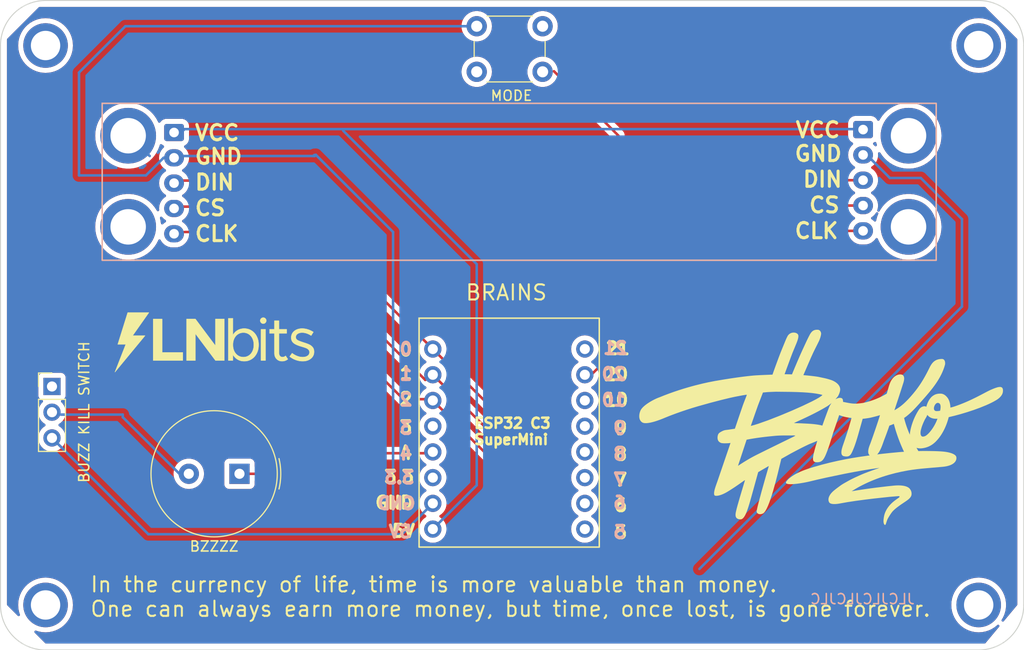
<source format=kicad_pcb>
(kicad_pcb (version 20221018) (generator pcbnew)
  (layers (0 "F.Cu" signal) (31 "B.Cu" signal) (34 "B.Paste" user) (35 "F.Paste" user) (36 "B.SilkS" user "B.Silkscreen") (37 "F.SilkS" user "F.Silkscreen") (38 "B.Mask" user) (39 "F.Mask" user) (44 "Edge.Cuts" user))
  (net 0 "")
  (footprint "Button_Switch_THT:SW_PUSH_6mm_H4.3mm" (layer "F.Cu") (at 70.485 35.56)
    (fp_text reference "MODE")
    (fp_text value "SW_PUSH_6mm_H4.3mm")
  )
  (footprint "Connector_PinHeader_1.00mm:PinHeader_1x01_P1.00mm_Vertical" (layer "F.Cu") (at 113.092 46.372 180)
    (fp_text reference "REF**" hide)
    (fp_text value "M2.5" hide)
  )
  (footprint "Buzzer_Beeper:Buzzer_TDK_PS1240P02BT_D12.2mm_H6.5mm_1" (layer "F.Cu") (at 47.074785 79.756 180)
    (fp_text reference "BZZZZ")
    (fp_text value "Buzzer")
  )
  (footprint "Connector_PinHeader_1.00mm:PinHeader_1x01_P1.00mm_Vertical" (layer "F.Cu") (at 27.94 92.71 180)
    (fp_text reference "REF**" hide)
    (fp_text value "M2.5" hide)
  )
  (footprint "Connector_PinHeader_2.54mm:PinHeader_1x03_P2.54mm_Vertical" (layer "F.Cu") (at 28.575 71.135)
    (fp_text reference "BUZZ KILL SWITCH")
    (fp_text value "Switch" hide)
  )
  (footprint "Connector_PinHeader_2.54mm:PinHeader_1x08_P2.54mm_Vertical" (layer "F.Cu") (at 81.153 85.217 180)
    (fp_text reference "REF**" hide)
    (fp_text value "ESP32 C3" hide)
  )
  (footprint "Connector_PinHeader_1.00mm:PinHeader_1x01_P1.00mm_Vertical" (layer "F.Cu") (at 120.015 92.71 180)
    (fp_text reference "REF**" hide)
    (fp_text value "M2.5" hide)
  )
  (footprint "Connector_PinHeader_1.00mm:PinHeader_1x01_P1.00mm_Vertical" (layer "F.Cu") (at 120.015 37.465 180)
    (fp_text reference "REF**" hide)
    (fp_text value "M2.5" hide)
  )
  (footprint "Connector_PinHeader_2.54mm:PinHeader_1x08_P2.54mm_Vertical" (layer "F.Cu") (at 66.153 85.217 180)
    (fp_text reference "REF**" hide)
    (fp_text value "ESP32 C3" hide)
  )
  (footprint "" (layer "F.Cu") (at 36.092 55.372)
    (fp_text reference "")
    (fp_text value "")
  )
  (footprint "" (layer "F.Cu") (at 113.092 55.372)
    (fp_text reference "")
    (fp_text value "")
  )
  (footprint "Connector_PinHeader_1.00mm:PinHeader_1x01_P1.00mm_Vertical" (layer "F.Cu") (at 36.092 46.372 180)
    (fp_text reference "REF**" hide)
    (fp_text value "M2.5" hide)
  )
  (footprint "Connector_PinHeader_1.00mm:PinHeader_1x01_P1.00mm_Vertical" (layer "F.Cu") (at 27.94 37.465 180)
    (fp_text reference "REF**" hide)
    (fp_text value "M2.5" hide)
  )
  (footprint "Connector_JST:JST_XH_B5B-XH-A_1x05_P2.50mm_Vertical" (layer "B.Cu") (at 108.609 45.767 -90)
    (fp_text reference "JST_XH_B5B-XH-A_1x05" hide)
    (fp_text value "JST XH B5B-XH-A" hide)
  )
  (footprint "Connector_JST:JST_XH_B5B-XH-A_1x05_P2.50mm_Vertical" (layer "B.Cu") (at 40.62 46.054 -90)
    (fp_text reference "JST_XH_B5B-XH-A_1x05" hide)
    (fp_text value "JST XH B5B-XH-A" hide)
  )
  (gr_rect (start 33.528 43.176) (end 115.824 58.67) (stroke (width 0.15)) (fill none) (layer "B.SilkS"))
  (gr_rect (start 64.797 64.389) (end 82.577 86.995) (stroke (width 0.15)) (fill none) (layer "F.SilkS"))
  (gr_poly (pts (xy 104.14 65.532) (xy 104.166196 65.534149) (xy 104.192319 65.538424) (xy 104.218225 65.544937) (xy 104.243769 65.553803) (xy 104.268805 65.565137) (xy 104.293187 65.579052) (xy 104.316772 65.595663) (xy 104.328219 65.605015) (xy 104.339412 65.615084) (xy 104.350334 65.625884) (xy 104.360965 65.637429) (xy 104.371287 65.649733) (xy 104.381283 65.662811) (xy 104.390934 65.676678) (xy 104.400223 65.691347) (xy 104.40913 65.706832) (xy 104.417638 65.723148) (xy 104.425728 65.74031) (xy 104.433383 65.758331) (xy 104.440585 65.777225) (xy 104.447314 65.797008) (xy 104.453554 65.817693) (xy 104.459285 65.839294) (xy 104.464491 65.861826) (xy 104.469151 65.885303) (xy 104.467294 65.933144) (xy 104.462261 65.983814) (xy 104.454399 66.036715) (xy 104.444057 66.091251) (xy 104.431583 66.146823) (xy 104.417326 66.202836) (xy 104.401634 66.258691) (xy 104.384854 66.313791) (xy 104.349427 66.41934) (xy 104.31383 66.514704) (xy 104.28085 66.595106) (xy 104.253272 66.655769) (xy 104.107893 66.949342) (xy 103.960624 67.24213) (xy 103.814217 67.535515) (xy 103.671422 67.830879) (xy 103.475512 68.262027) (xy 103.235451 68.811251) (xy 102.717302 70.013151) (xy 102.988983 70.037603) (xy 103.245355 70.062928) (xy 103.48244 70.08842) (xy 103.696258 70.113377) (xy 103.88283 70.137095) (xy 104.038176 70.158868) (xy 104.158316 70.177994) (xy 104.239271 70.193767) (xy 104.790192 70.310106) (xy 104.935879 70.343812) (xy 105.092025 70.384052) (xy 105.262265 70.43317) (xy 105.450239 70.493508) (xy 105.519651 70.518593) (xy 105.594107 70.549074) (xy 105.672128 70.584965) (xy 105.752234 70.626282) (xy 105.832946 70.67304) (xy 105.912786 70.725253) (xy 105.990272 70.782938) (xy 106.063926 70.846108) (xy 106.098854 70.879755) (xy 106.132269 70.914779) (xy 106.163986 70.951182) (xy 106.193821 70.988965) (xy 106.221588 71.028132) (xy 106.247103 71.068682) (xy 106.27018 71.11062) (xy 106.290635 71.153945) (xy 106.308283 71.198661) (xy 106.322939 71.244768) (xy 106.334417 71.29227) (xy 106.342534 71.341167) (xy 106.347104 71.391462) (xy 106.347942 71.443156) (xy 106.344863 71.496252) (xy 106.337682 71.550751) (xy 106.329066 71.595674) (xy 106.318464 71.641069) (xy 106.306123 71.686605) (xy 106.292286 71.731949) (xy 106.277199 71.776768) (xy 106.261106 71.820729) (xy 106.244252 71.8635) (xy 106.226881 71.904749) (xy 106.209238 71.944142) (xy 106.191569 71.981348) (xy 106.174117 72.016033) (xy 106.157128 72.047865) (xy 106.140846 72.076511) (xy 106.125515 72.101639) (xy 106.111382 72.122916) (xy 106.098689 72.14001) (xy 106.070933 72.174138) (xy 106.043235 72.207583) (xy 106.015603 72.240361) (xy 105.988045 72.272489) (xy 105.960571 72.303986) (xy 105.933189 72.334867) (xy 105.878734 72.394857) (xy 105.886009 72.390854) (xy 105.893375 72.386726) (xy 105.90081 72.382625) (xy 105.904547 72.380634) (xy 105.908294 72.378706) (xy 105.965005 72.352446) (xy 106.016013 72.330043) (xy 106.061858 72.311221) (xy 106.10308 72.295703) (xy 106.14022 72.283212) (xy 106.173817 72.273472) (xy 106.204412 72.266206) (xy 106.232546 72.261136) (xy 106.258759 72.257987) (xy 106.283591 72.256482) (xy 106.307582 72.256344) (xy 106.331273 72.257296) (xy 106.355204 72.259061) (xy 106.379915 72.261363) (xy 106.43384 72.26647) (xy 106.459964 72.276851) (xy 106.483732 72.287427) (xy 106.505253 72.298475) (xy 106.524634 72.310273) (xy 106.541981 72.3231) (xy 106.549926 72.329986) (xy 106.557403 72.337233) (xy 106.564424 72.344876) (xy 106.571005 72.35295) (xy 106.577158 72.36149) (xy 106.582896 72.37053) (xy 106.588233 72.380105) (xy 106.593182 72.390249) (xy 106.601972 72.412386) (xy 106.609371 72.437219) (xy 106.615488 72.465026) (xy 106.620429 72.496085) (xy 106.624302 72.530673) (xy 106.627213 72.569069) (xy 106.629271 72.611551) (xy 106.629488 72.614925) (xy 106.629833 72.618698) (xy 106.630763 72.627664) (xy 106.631272 72.632973) (xy 106.631762 72.638908) (xy 106.632195 72.645528) (xy 106.632533 72.652889) (xy 106.930411 72.714036) (xy 107.184296 72.763028) (xy 107.299403 72.782712) (xy 107.409106 72.799054) (xy 107.515269 72.81195) (xy 107.619759 72.821299) (xy 107.724438 72.827001) (xy 107.831172 72.828953) (xy 107.941825 72.827054) (xy 108.058263 72.821202) (xy 108.18235 72.811296) (xy 108.31595 72.797234) (xy 108.460929 72.778914) (xy 108.619151 72.756236) (xy 108.793652 72.716267) (xy 108.963249 72.673577) (xy 109.128155 72.628264) (xy 109.288579 72.580429) (xy 109.444732 72.530171) (xy 109.596825 72.477589) (xy 109.745068 72.422783) (xy 109.889672 72.365854) (xy 110.030848 72.306899) (xy 110.168806 72.24602) (xy 110.303757 72.183316) (xy 110.435911 72.118885) (xy 110.692673 71.985246) (xy 110.940776 71.8459) (xy 110.97624 71.728889) (xy 111.006238 71.628401) (xy 111.030027 71.546707) (xy 111.046863 71.486078) (xy 111.083913 71.350791) (xy 111.121026 71.222688) (xy 111.157743 71.102938) (xy 111.193605 70.992711) (xy 111.228155 70.893177) (xy 111.260933 70.805504) (xy 111.291483 70.730862) (xy 111.319344 70.670421) (xy 111.356865 70.598659) (xy 111.395601 70.531433) (xy 111.43543 70.468617) (xy 111.476228 70.410086) (xy 111.517874 70.355714) (xy 111.560244 70.305375) (xy 111.603215 70.258944) (xy 111.646666 70.216295) (xy 111.690472 70.177302) (xy 111.734513 70.14184) (xy 111.778664 70.109782) (xy 111.822803 70.081004) (xy 111.866808 70.055379) (xy 111.910556 70.032783) (xy 111.953924 70.013088) (xy 111.996789 69.99617) (xy 112.039029 69.981904) (xy 112.080521 69.970162) (xy 112.121142 69.96082) (xy 112.16077 69.953752) (xy 112.199281 69.948832) (xy 112.236554 69.945935) (xy 112.272466 69.944935) (xy 112.306893 69.945706) (xy 112.339714 69.948123) (xy 112.370805 69.952059) (xy 112.400044 69.95739) (xy 112.427307 69.963989) (xy 112.452473 69.971732) (xy 112.475419 69.980491) (xy 112.496022 69.990143) (xy 112.514159 70.00056) (xy 112.529629 70.011215) (xy 112.544233 70.022873) (xy 112.570843 70.04914) (xy 112.594003 70.079234) (xy 112.613724 70.113027) (xy 112.630022 70.150393) (xy 112.642906 70.191205) (xy 112.652392 70.235337) (xy 112.658491 70.282661) (xy 112.661217 70.33305) (xy 112.660581 70.386378) (xy 112.656598 70.442517) (xy 112.649279 70.501342) (xy 112.638638 70.562724) (xy 112.624687 70.626538) (xy 112.60744 70.692656) (xy 112.586908 70.760952) (xy 112.351462 71.496215) (xy 112.199137 71.968472) (xy 112.099514 72.273432) (xy 112.022172 72.506799) (xy 111.847853 73.033448) (xy 111.699984 73.485366) (xy 111.864459 73.385875) (xy 111.946085 73.33527) (xy 112.027051 73.283683) (xy 112.107167 73.230808) (xy 112.186241 73.176338) (xy 112.264085 73.119966) (xy 112.340507 73.061387) (xy 112.424696 72.993498) (xy 112.507402 72.924145) (xy 112.5887 72.853398) (xy 112.668664 72.781329) (xy 112.824891 72.633505) (xy 112.97668 72.48124) (xy 113.124627 72.3251) (xy 113.269332 72.16565) (xy 113.41139 72.003457) (xy 113.551399 71.839086) (xy 113.774847 71.564583) (xy 113.982686 71.290797) (xy 114.177247 71.015543) (xy 114.360862 70.736633) (xy 114.535861 70.451883) (xy 114.704575 70.159105) (xy 114.869336 69.856114) (xy 115.032473 69.540725) (xy 115.127744 69.347628) (xy 115.227525 69.152347) (xy 115.281683 69.056578) (xy 115.340058 68.963491) (xy 115.403682 68.874162) (xy 115.473584 68.789668) (xy 115.511211 68.74957) (xy 115.550794 68.711084) (xy 115.592461 68.674345) (xy 115.636342 68.639487) (xy 115.682565 68.606644) (xy 115.731258 68.575952) (xy 115.782552 68.547544) (xy 115.836573 68.521556) (xy 115.893452 68.498121) (xy 115.953317 68.477375) (xy 116.016296 68.459451) (xy 116.082519 68.444484) (xy 116.152114 68.432609) (xy 116.22521 68.423961) (xy 116.301935 68.418673) (xy 116.382419 68.416881) (xy 116.415476 68.418232) (xy 116.446297 68.422181) (xy 116.474954 68.428577) (xy 116.501521 68.437264) (xy 116.52607 68.448088) (xy 116.548673 68.460896) (xy 116.569403 68.475535) (xy 116.588332 68.491849) (xy 116.605534 68.509687) (xy 116.62108 68.528892) (xy 116.635044 68.549313) (xy 116.647497 68.570794) (xy 116.658513 68.593183) (xy 116.668164 68.616325) (xy 116.676522 68.640067) (xy 116.683661 68.664254) (xy 116.694569 68.713351) (xy 116.701468 68.762384) (xy 116.70494 68.810125) (xy 116.705564 68.855341) (xy 116.703921 68.896804) (xy 116.700593 68.933281) (xy 116.696158 68.963543) (xy 116.691199 68.986359) (xy 116.616385 69.236343) (xy 116.529068 69.480895) (xy 116.430114 69.720256) (xy 116.320392 69.954667) (xy 116.200768 70.18437) (xy 116.072112 70.409607) (xy 115.935289 70.630619) (xy 115.791169 70.847647) (xy 115.640618 71.060934) (xy 115.484505 71.27072) (xy 115.323696 71.477248) (xy 115.159059 71.680758) (xy 114.821774 72.079695) (xy 114.479589 72.469461) (xy 114.077493 72.921113) (xy 113.855732 73.16315) (xy 113.624008 73.406338) (xy 113.505311 73.5261) (xy 113.385203 73.643435) (xy 113.264047 73.757436) (xy 113.142201 73.867199) (xy 113.020027 73.971817) (xy 112.897885 74.070387) (xy 112.776135 74.162002) (xy 112.655137 74.245758) (xy 112.709866 74.457691) (xy 112.769381 74.6678) (xy 112.83353 74.876126) (xy 112.90216 75.082715) (xy 112.975121 75.287608) (xy 113.052261 75.490851) (xy 113.133427 75.692486) (xy 113.218468 75.892556) (xy 113.2271 75.793613) (xy 113.234877 75.7279) (xy 114.27541 75.7279) (xy 114.275685 75.74741) (xy 114.27638 75.766328) (xy 114.277486 75.784658) (xy 114.278996 75.802404) (xy 114.280903 75.81957) (xy 114.283198 75.836159) (xy 114.285874 75.852177) (xy 114.288922 75.867626) (xy 114.292336 75.88251) (xy 114.296108 75.896835) (xy 114.300229 75.910602) (xy 114.304692 75.923817) (xy 114.30949 75.936484) (xy 114.314614 75.948606) (xy 114.320057 75.960187) (xy 114.325811 75.971232) (xy 114.331868 75.981743) (xy 114.338221 75.991726) (xy 114.344861 76.001184) (xy 114.351782 76.010121) (xy 114.358974 76.018541) (xy 114.366432 76.026448) (xy 114.374146 76.033846) (xy 114.382109 76.040738) (xy 114.390314 76.04713) (xy 114.398752 76.053024) (xy 114.407416 76.058425) (xy 114.416298 76.063336) (xy 114.42539 76.067762) (xy 114.434685 76.071707) (xy 114.444175 76.075174) (xy 114.456504 76.078741) (xy 114.469746 76.081404) (xy 114.483833 76.083191) (xy 114.498695 76.084131) (xy 114.514263 76.084253) (xy 114.530469 76.083584) (xy 114.547242 76.082153) (xy 114.564515 76.079989) (xy 114.582217 76.07712) (xy 114.600279 76.073575) (xy 114.618634 76.069381) (xy 114.63721 76.064568) (xy 114.65594 76.059164) (xy 114.674754 76.053197) (xy 114.693582 76.046695) (xy 114.712357 76.039688) (xy 114.72651 76.033836) (xy 114.740943 76.027162) (xy 114.770515 76.011549) (xy 114.800804 75.99325) (xy 114.831545 75.972665) (xy 114.862468 75.950196) (xy 114.893306 75.926243) (xy 114.923791 75.901209) (xy 114.953656 75.875492) (xy 114.982633 75.849496) (xy 115.010454 75.823619) (xy 115.061557 75.773833) (xy 115.104825 75.72934) (xy 115.138114 75.693349) (xy 115.246757 75.566176) (xy 115.356717 75.4241) (xy 115.411646 75.347797) (xy 115.466251 75.268157) (xy 115.520312 75.18531) (xy 115.573612 75.099385) (xy 115.625933 75.010512) (xy 115.677057 74.91882) (xy 115.726765 74.824439) (xy 115.77484 74.727498) (xy 115.821062 74.628127) (xy 115.865215 74.526456) (xy 115.90708 74.422613) (xy 115.946438 74.31673) (xy 115.90387 74.319716) (xy 115.862038 74.321519) (xy 115.821818 74.322323) (xy 115.784083 74.322314) (xy 115.749711 74.321677) (xy 115.719575 74.320596) (xy 115.694552 74.319256) (xy 115.675515 74.317842) (xy 115.613265 74.310833) (xy 115.553205 74.301146) (xy 115.495344 74.288874) (xy 115.439695 74.274112) (xy 115.386266 74.256952) (xy 115.33507 74.237488) (xy 115.286115 74.215814) (xy 115.239414 74.192022) (xy 115.194976 74.166207) (xy 115.152811 74.138461) (xy 115.112931 74.108879) (xy 115.075346 74.077553) (xy 115.040067 74.044577) (xy 115.007103 74.010045) (xy 114.976465 73.974049) (xy 114.948165 73.936684) (xy 114.930316 73.980009) (xy 114.911821 74.022118) (xy 114.892919 74.062812) (xy 114.873847 74.101893) (xy 114.854844 74.139163) (xy 114.836147 74.174423) (xy 114.817995 74.207475) (xy 114.800626 74.238119) (xy 114.769189 74.291394) (xy 114.743741 74.33266) (xy 114.718431 74.372813) (xy 114.667349 74.474398) (xy 114.614722 74.585272) (xy 114.562037 74.702643) (xy 114.510784 74.823721) (xy 114.462451 74.945715) (xy 114.418528 75.065837) (xy 114.380504 75.181294) (xy 114.364169 75.236402) (xy 114.349867 75.289297) (xy 114.330214 75.360094) (xy 114.318412 75.403565) (xy 114.306491 75.452623) (xy 114.295347 75.507421) (xy 114.290348 75.53702) (xy 114.28588 75.568112) (xy 114.282055 75.600717) (xy 114.278985 75.634852) (xy 114.276784 75.670538) (xy 114.275562 75.707793) (xy 114.27541 75.7279) (xy 113.234877 75.7279) (xy 113.2387 75.695591) (xy 113.252864 75.599001) (xy 113.269189 75.50435) (xy 113.287272 75.412147) (xy 113.30671 75.322901) (xy 113.3271 75.237121) (xy 113.348039 75.155316) (xy 113.389951 75.005663) (xy 113.429223 74.878013) (xy 113.486945 74.705001) (xy 113.51762 74.617558) (xy 113.550597 74.52907) (xy 113.622712 74.35038) (xy 113.7018 74.17177) (xy 113.786372 73.996079) (xy 113.874937 73.826146) (xy 113.966006 73.664809) (xy 114.012014 73.588251) (xy 114.058089 73.514907) (xy 114.104045 73.445132) (xy 114.149695 73.37928) (xy 114.166542 73.356613) (xy 114.184223 73.334664) (xy 114.202688 73.313459) (xy 114.210986 73.304625) (xy 115.59664 73.304625) (xy 115.597142 73.320032) (xy 115.598216 73.335042) (xy 115.599862 73.34965) (xy 115.602081 73.363851) (xy 115.604874 73.377639) (xy 115.608241 73.391008) (xy 115.612184 73.403952) (xy 115.616704 73.416467) (xy 115.621802 73.428547) (xy 115.627478 73.440186) (xy 115.633733 73.451378) (xy 115.640569 73.462119) (xy 115.647986 73.472402) (xy 115.655986 73.482223) (xy 115.664569 73.491574) (xy 115.673736 73.500452) (xy 115.683488 73.50885) (xy 115.693826 73.516763) (xy 115.704751 73.524186) (xy 115.716264 73.531112) (xy 115.728366 73.537537) (xy 115.741058 73.543454) (xy 115.75434 73.548859) (xy 115.767153 73.553042) (xy 115.782107 73.556679) (xy 115.799183 73.559736) (xy 115.818367 73.562178) (xy 115.839641 73.563973) (xy 115.86299 73.565086) (xy 115.915842 73.565129) (xy 115.976793 73.562037) (xy 116.045711 73.555537) (xy 116.122463 73.545357) (xy 116.206917 73.531227) (xy 116.217455 73.483079) (xy 116.226592 73.437114) (xy 116.23439 73.393281) (xy 116.24091 73.351529) (xy 116.246214 73.311806) (xy 116.250362 73.274062) (xy 116.253416 73.238245) (xy 116.255436 73.204306) (xy 116.256485 73.172191) (xy 116.256623 73.141852) (xy 116.255911 73.113236) (xy 116.254412 73.086293) (xy 116.252185 73.060971) (xy 116.249292 73.03722) (xy 116.245795 73.014988) (xy 116.241754 72.994225) (xy 116.237231 72.974879) (xy 116.232287 72.9569) (xy 116.226982 72.940236) (xy 116.22138 72.924837) (xy 116.21554 72.910651) (xy 116.209523 72.897628) (xy 116.203392 72.885716) (xy 116.197207 72.874864) (xy 116.191029 72.865021) (xy 116.18492 72.856137) (xy 116.17894 72.848161) (xy 116.173152 72.84104) (xy 116.162392 72.829164) (xy 116.153131 72.820101) (xy 116.144353 72.812369) (xy 116.135069 72.805122) (xy 116.125314 72.798361) (xy 116.11512 72.792087) (xy 116.104522 72.786302) (xy 116.093552 72.781009) (xy 116.082243 72.776208) (xy 116.07063 72.771901) (xy 116.058744 72.768089) (xy 116.046621 72.764775) (xy 116.034292 72.76196) (xy 116.021792 72.759646) (xy 116.009153 72.757833) (xy 115.996408 72.756525) (xy 115.983592 72.755722) (xy 115.970738 72.755426) (xy 115.955875 72.755946) (xy 115.941118 72.757593) (xy 115.926481 72.76033) (xy 115.911978 72.76412) (xy 115.897624 72.768926) (xy 115.883432 72.774713) (xy 115.869417 72.781443) (xy 115.855593 72.78908) (xy 115.841973 72.797587) (xy 115.828572 72.806927) (xy 115.802483 72.82796) (xy 115.77744 72.851887) (xy 115.753553 72.878414) (xy 115.730937 72.907248) (xy 115.709703 72.938095) (xy 115.689965 72.970662) (xy 115.671836 73.004656) (xy 115.655428 73.039783) (xy 115.640853 73.07575) (xy 115.628226 73.112264) (xy 115.617658 73.149031) (xy 115.613063 73.167758) (xy 115.609031 73.186138) (xy 115.605563 73.204166) (xy 115.602659 73.221836) (xy 115.60032 73.239142) (xy 115.598548 73.25608) (xy 115.597343 73.272644) (xy 115.596707 73.288827) (xy 115.59664 73.304625) (xy 114.210986 73.304625) (xy 114.221884 73.293024) (xy 114.262262 73.254568) (xy 114.304942 73.219506) (xy 114.349511 73.188048) (xy 114.395552 73.160402) (xy 114.442652 73.136778) (xy 114.466469 73.12654) (xy 114.490395 73.117386) (xy 114.514378 73.109342) (xy 114.538366 73.102434) (xy 114.562307 73.096689) (xy 114.58615 73.092132) (xy 114.609843 73.08879) (xy 114.633333 73.08669) (xy 114.65657 73.085856) (xy 114.6795 73.086316) (xy 114.702073 73.088095) (xy 114.724236 73.09122) (xy 114.745937 73.095717) (xy 114.767126 73.101612) (xy 114.787748 73.108931) (xy 114.807754 73.1177) (xy 114.827091 73.127946) (xy 114.845707 73.139694) (xy 114.86299 73.076737) (xy 114.881754 73.014047) (xy 114.901964 72.951792) (xy 114.923584 72.89014) (xy 114.946578 72.829257) (xy 114.970909 72.76931) (xy 114.996543 72.710466) (xy 115.023443 72.652893) (xy 115.051572 72.596758) (xy 115.080896 72.542227) (xy 115.111379 72.489468) (xy 115.142984 72.438649) (xy 115.175675 72.389935) (xy 115.209417 72.343495) (xy 115.244173 72.299495) (xy 115.279909 72.258103) (xy 115.279652 72.257983) (xy 115.279617 72.257965) (xy 115.279583 72.257946) (xy 115.279549 72.257926) (xy 115.279515 72.257905) (xy 115.279483 72.257883) (xy 115.279451 72.257859) (xy 115.279421 72.257834) (xy 115.279392 72.257807) (xy 115.301646 72.230033) (xy 115.325046 72.203505) (xy 115.349349 72.178234) (xy 115.374312 72.154235) (xy 115.399691 72.131519) (xy 115.425244 72.1101) (xy 115.450728 72.089989) (xy 115.475899 72.071201) (xy 115.500514 72.053746) (xy 115.524331 72.037639) (xy 115.568596 72.009516) (xy 115.606749 71.986934) (xy 115.636845 71.969994) (xy 115.672337 71.951427) (xy 115.708541 71.9345) (xy 115.745394 71.91916) (xy 115.782833 71.905353) (xy 115.820795 71.893023) (xy 115.859218 71.882117) (xy 115.89804 71.872581) (xy 115.937196 71.86436) (xy 115.976626 71.857401) (xy 116.016265 71.85165) (xy 116.056051 71.847051) (xy 116.095922 71.843551) (xy 116.135815 71.841096) (xy 116.175666 71.839632) (xy 116.215414 71.839104) (xy 116.254995 71.839459) (xy 116.284411 71.840649) (xy 116.313189 71.843008) (xy 116.341322 71.846472) (xy 116.368803 71.850976) (xy 116.395625 71.856455) (xy 116.421783 71.862846) (xy 116.447268 71.870082) (xy 116.472075 71.8781) (xy 116.496196 71.886835) (xy 116.519626 71.896223) (xy 116.542357 71.906197) (xy 116.564382 71.916695) (xy 116.585695 71.927651) (xy 116.606289 71.939001) (xy 116.626158 71.95068) (xy 116.645294 71.962623) (xy 116.681343 71.987043) (xy 116.714382 72.011745) (xy 116.744358 72.036211) (xy 116.771216 72.059924) (xy 116.794903 72.082367) (xy 116.815366 72.103023) (xy 116.846402 72.136904) (xy 116.866791 72.158407) (xy 116.886537 72.180436) (xy 116.905644 72.202982) (xy 116.924116 72.226036) (xy 116.941956 72.249591) (xy 116.959167 72.273638) (xy 116.975753 72.298169) (xy 116.991717 72.323177) (xy 117.007064 72.348652) (xy 117.021795 72.374587) (xy 117.035916 72.400974) (xy 117.049428 72.427804) (xy 117.062337 72.45507) (xy 117.074645 72.482763) (xy 117.086355 72.510875) (xy 117.097471 72.539398) (xy 117.098714 72.542553) (xy 117.099907 72.545687) (xy 117.101086 72.548806) (xy 117.102286 72.551919) (xy 117.107483 72.565903) (xy 117.112798 72.579839) (xy 117.117988 72.593872) (xy 117.12046 72.600971) (xy 117.122809 72.608148) (xy 117.133247 72.639993) (xy 117.147366 72.688413) (xy 117.163622 72.751494) (xy 117.180473 72.827323) (xy 117.196376 72.913988) (xy 117.209788 73.009573) (xy 117.215078 73.060114) (xy 117.219166 73.112167) (xy 117.221861 73.165493) (xy 117.222968 73.219854) (xy 117.311125 73.198548) (xy 117.399037 73.176414) (xy 117.442809 73.164727) (xy 117.486408 73.152461) (xy 117.529797 73.139492) (xy 117.572939 73.125695) (xy 117.884884 73.018127) (xy 118.188 72.905508) (xy 118.48162 72.789089) (xy 118.765076 72.670124) (xy 119.0377 72.549866) (xy 119.298824 72.429567) (xy 119.783901 72.193857) (xy 120.214963 71.973017) (xy 120.58667 71.777069) (xy 120.893677 71.616035) (xy 121.130642 71.499937) (xy 121.246528 71.448355) (xy 121.357439 71.400474) (xy 121.463296 71.356571) (xy 121.564019 71.316923) (xy 121.65953 71.281807) (xy 121.74975 71.251499) (xy 121.834599 71.226277) (xy 121.874985 71.21566) (xy 121.913998 71.206418) (xy 121.979281 71.193617) (xy 122.040213 71.185372) (xy 122.06903 71.183016) (xy 122.096738 71.18187) (xy 122.123331 71.181957) (xy 122.148801 71.1833) (xy 122.173142 71.185924) (xy 122.196345 71.189852) (xy 122.218405 71.195106) (xy 122.239313 71.201712) (xy 122.259064 71.209692) (xy 122.27765 71.219071) (xy 122.295063 71.22987) (xy 122.311298 71.242115) (xy 122.326346 71.255829) (xy 122.340202 71.271034) (xy 122.352857 71.287756) (xy 122.364305 71.306017) (xy 122.374538 71.325841) (xy 122.383551 71.347251) (xy 122.391335 71.370272) (xy 122.397883 71.394926) (xy 122.403189 71.421237) (xy 122.407246 71.449229) (xy 122.410046 71.478925) (xy 122.411582 71.510349) (xy 122.411848 71.543524) (xy 122.410836 71.578474) (xy 122.408539 71.615223) (xy 122.404951 71.653794) (xy 122.399408 71.693754) (xy 122.391644 71.732935) (xy 122.381783 71.771324) (xy 122.369951 71.808908) (xy 122.356274 71.845674) (xy 122.340876 71.881609) (xy 122.323885 71.9167) (xy 122.305425 71.950934) (xy 122.285621 71.984299) (xy 122.2646 72.016781) (xy 122.242486 72.048367) (xy 122.219406 72.079044) (xy 122.170848 72.137621) (xy 122.11993 72.192408) (xy 122.067656 72.243301) (xy 122.01503 72.290197) (xy 121.963056 72.332992) (xy 121.912739 72.371582) (xy 121.865083 72.405864) (xy 121.821093 72.435734) (xy 121.748124 72.481824) (xy 121.525302 72.609385) (xy 121.281734 72.736358) (xy 121.019856 72.862228) (xy 120.742105 72.986478) (xy 120.148727 73.228054) (xy 119.521087 73.456955) (xy 118.878675 73.669052) (xy 118.240979 73.860215) (xy 117.627487 74.026313) (xy 117.057688 74.163219) (xy 117.013964 74.327938) (xy 116.965608 74.492334) (xy 116.912623 74.656038) (xy 116.855007 74.818677) (xy 116.792764 74.97988) (xy 116.725894 75.139277) (xy 116.654397 75.296496) (xy 116.578276 75.451167) (xy 116.497531 75.602917) (xy 116.412163 75.751378) (xy 116.322173 75.896176) (xy 116.227563 76.036942) (xy 116.128333 76.173304) (xy 116.024485 76.304891) (xy 115.916019 76.431333) (xy 115.802937 76.552257) (xy 115.747342 76.607598) (xy 115.68953 76.661904) (xy 115.629398 76.714995) (xy 115.566844 76.766692) (xy 115.501765 76.816816) (xy 115.434059 76.865188) (xy 115.363623 76.911628) (xy 115.290356 76.955957) (xy 115.214154 76.997996) (xy 115.134915 77.037565) (xy 115.052537 77.074485) (xy 114.966917 77.108578) (xy 114.877953 77.139663) (xy 114.785543 77.167561) (xy 114.689584 77.192093) (xy 114.589973 77.213081) (xy 114.50133 77.228123) (xy 114.456868 77.234295) (xy 114.412331 77.239451) (xy 114.367731 77.243506) (xy 114.323083 77.246371) (xy 114.2784 77.24796) (xy 114.233696 77.248188) (xy 114.188983 77.246966) (xy 114.144277 77.244209) (xy 114.09959 77.239829) (xy 114.054936 77.233741) (xy 114.010328 77.225856) (xy 113.965781 77.216089) (xy 113.921307 77.204353) (xy 113.87692 77.190561) (xy 113.923642 77.271726) (xy 113.970774 77.352711) (xy 114.018447 77.433446) (xy 114.066795 77.513862) (xy 114.264262 77.508847) (xy 114.438665 77.505694) (xy 114.587745 77.504235) (xy 114.709245 77.504304) (xy 115.125883 77.507055) (xy 115.591874 77.515251) (xy 115.828093 77.52225) (xy 116.05831 77.531642) (xy 116.27641 77.543771) (xy 116.476281 77.558979) (xy 116.602342 77.571399) (xy 116.725921 77.587) (xy 116.846328 77.605717) (xy 116.962873 77.627484) (xy 117.074868 77.652237) (xy 117.181621 77.67991) (xy 117.282443 77.710437) (xy 117.376644 77.743752) (xy 117.421046 77.761435) (xy 117.463534 77.779791) (xy 117.504022 77.798812) (xy 117.542423 77.818488) (xy 117.578652 77.838813) (xy 117.612622 77.859778) (xy 117.644247 77.881375) (xy 117.673441 77.903595) (xy 117.700117 77.926431) (xy 117.724189 77.949873) (xy 117.745571 77.973915) (xy 117.764177 77.998548) (xy 117.779921 78.023764) (xy 117.792715 78.049554) (xy 117.802475 78.07591) (xy 117.809114 78.102825) (xy 117.817689 78.17355) (xy 117.81709 78.246353) (xy 117.806627 78.32049) (xy 117.78561 78.395219) (xy 117.753348 78.469798) (xy 117.709152 78.543483) (xy 117.682363 78.579758) (xy 117.652331 78.615532) (xy 117.61897 78.650711) (xy 117.582195 78.685203) (xy 117.541918 78.718915) (xy 117.498054 78.751753) (xy 117.450515 78.783626) (xy 117.399217 78.814439) (xy 117.344072 78.844102) (xy 117.284995 78.87252) (xy 117.221898 78.8996) (xy 117.154697 78.925251) (xy 117.007633 78.97189) (xy 116.843113 79.011696) (xy 116.660446 79.043924) (xy 116.458944 79.067834) (xy 114.745156 79.215148) (xy 114.319378 79.256031) (xy 113.89552 79.303071) (xy 113.474005 79.358535) (xy 113.05526 79.424692) (xy 112.420166 79.545214) (xy 111.793448 79.687057) (xy 111.176126 79.850763) (xy 110.871306 79.940983) (xy 110.569218 80.036871) (xy 110.269989 80.138495) (xy 109.973746 80.245923) (xy 109.680617 80.359222) (xy 109.390729 80.47846) (xy 109.104211 80.603704) (xy 108.821188 80.735022) (xy 108.54179 80.872482) (xy 108.266143 81.016151) (xy 108.16556 81.071044) (xy 108.065835 81.127165) (xy 107.966878 81.184371) (xy 107.868603 81.242513) (xy 107.673746 81.361028) (xy 107.480563 81.481543) (xy 108.086758 81.379622) (xy 108.712223 81.284064) (xy 109.335999 81.196215) (xy 109.937131 81.117423) (xy 110.987628 80.992398) (xy 111.696053 80.919768) (xy 111.812779 80.911331) (xy 111.923527 80.905771) (xy 112.028453 80.902924) (xy 112.12771 80.902624) (xy 112.221451 80.904705) (xy 112.309831 80.909003) (xy 112.393004 80.915352) (xy 112.471122 80.923586) (xy 112.544341 80.93354) (xy 112.612814 80.945049) (xy 112.676694 80.957948) (xy 112.736136 80.972069) (xy 112.791294 80.98725) (xy 112.84232 81.003323) (xy 112.88937 81.020124) (xy 112.932597 81.037487) (xy 112.972154 81.055247) (xy 113.008196 81.073238) (xy 113.040876 81.091295) (xy 113.070348 81.109253) (xy 113.096766 81.126946) (xy 113.120285 81.144208) (xy 113.141056 81.160875) (xy 113.159236 81.17678) (xy 113.188432 81.205646) (xy 113.209105 81.229483) (xy 113.2298 81.256775) (xy 113.252848 81.287697) (xy 113.274173 81.319001) (xy 113.293769 81.350717) (xy 113.311631 81.382873) (xy 113.327751 81.415497) (xy 113.342123 81.448618) (xy 113.35474 81.482265) (xy 113.365596 81.516465) (xy 113.374685 81.551248) (xy 113.382 81.586642) (xy 113.387533 81.622676) (xy 113.39128 81.659377) (xy 113.393233 81.696776) (xy 113.393386 81.7349) (xy 113.391733 81.773777) (xy 113.388266 81.813437) (xy 113.386031 81.830845) (xy 113.383115 81.848109) (xy 113.379531 81.865231) (xy 113.375292 81.882213) (xy 113.364907 81.915766) (xy 113.352068 81.948787) (xy 113.336886 81.981294) (xy 113.31947 82.013305) (xy 113.299929 82.044839) (xy 113.278372 82.075913) (xy 113.254911 82.106547) (xy 113.229653 82.136758) (xy 113.202708 82.166564) (xy 113.174187 82.195984) (xy 113.144197 82.225036) (xy 113.11285 82.253738) (xy 113.080254 82.282108) (xy 113.046518 82.310165) (xy 112.99009 82.35404) (xy 112.923277 82.402636) (xy 112.763263 82.512876) (xy 112.371009 82.777762) (xy 112.157816 82.927954) (xy 112.05112 83.006515) (xy 111.945945 83.087013) (xy 111.843481 83.169171) (xy 111.744918 83.252711) (xy 111.651448 83.337354) (xy 111.564261 83.422823) (xy 111.523276 83.467253) (xy 111.481071 83.517444) (xy 111.43813 83.572308) (xy 111.394934 83.630754) (xy 111.351967 83.691692) (xy 111.309713 83.754033) (xy 111.229274 83.878565) (xy 111.157482 83.99563) (xy 111.098202 84.096511) (xy 111.055299 84.17249) (xy 111.032638 84.214848) (xy 111.018636 84.243787) (xy 111.005264 84.273797) (xy 110.980037 84.336728) (xy 110.956207 84.403039) (xy 110.933025 84.472129) (xy 110.88561 84.616241) (xy 110.859879 84.690059) (xy 110.831798 84.764251) (xy 110.829984 84.768202) (xy 110.827721 84.772165) (xy 110.821933 84.779934) (xy 110.814602 84.787184) (xy 110.810411 84.790497) (xy 110.805896 84.79354) (xy 110.801079 84.796267) (xy 110.795981 84.79863) (xy 110.790622 84.800582) (xy 110.785023 84.802077) (xy 110.779206 84.803068) (xy 110.773191 84.803509) (xy 110.766999 84.803352) (xy 110.760651 84.802551) (xy 110.754168 84.801058) (xy 110.74757 84.798828) (xy 110.740879 84.795813) (xy 110.734115 84.791967) (xy 110.7273 84.787243) (xy 110.720454 84.781594) (xy 110.713598 84.774973) (xy 110.706752 84.767333) (xy 110.699939 84.758629) (xy 110.693178 84.748812) (xy 110.686491 84.737837) (xy 110.679898 84.725656) (xy 110.673421 84.712223) (xy 110.667079 84.697491) (xy 110.660895 84.681412) (xy 110.654889 84.663942) (xy 110.64778 84.640389) (xy 110.641571 84.616486) (xy 110.636227 84.592277) (xy 110.63171 84.567804) (xy 110.627986 84.543111) (xy 110.625018 84.518241) (xy 110.62277 84.493235) (xy 110.621207 84.468139) (xy 110.620293 84.442993) (xy 110.619991 84.417842) (xy 110.620265 84.392728) (xy 110.621081 84.367695) (xy 110.62419 84.318041) (xy 110.629032 84.269224) (xy 110.637952 84.1941) (xy 110.647846 84.118877) (xy 110.659085 84.043746) (xy 110.672037 83.968899) (xy 110.687073 83.894528) (xy 110.704563 83.820824) (xy 110.714343 83.784282) (xy 110.724875 83.74798) (xy 110.736206 83.71194) (xy 110.748381 83.676187) (xy 110.776533 83.600954) (xy 110.806801 83.527799) (xy 110.839055 83.456694) (xy 110.873168 83.387613) (xy 110.909011 83.320529) (xy 110.946456 83.255415) (xy 110.985373 83.192245) (xy 111.025636 83.130992) (xy 111.10968 83.01413) (xy 111.197562 82.904614) (xy 111.288253 82.802233) (xy 111.380727 82.70677) (xy 111.473955 82.618013) (xy 111.56691 82.535748) (xy 111.658564 82.459762) (xy 111.74789 82.389839) (xy 111.915446 82.267332) (xy 112.061359 82.166517) (xy 112.080629 82.153035) (xy 112.098449 82.139988) (xy 112.114847 82.127391) (xy 112.129846 82.115258) (xy 112.143473 82.103603) (xy 112.155753 82.092439) (xy 112.166711 82.081782) (xy 112.176372 82.071645) (xy 112.184763 82.062041) (xy 112.191908 82.052985) (xy 112.195021 82.048667) (xy 112.197833 82.044492) (xy 112.200346 82.04046) (xy 112.202563 82.036574) (xy 112.204488 82.032835) (xy 112.206123 82.029246) (xy 112.207473 82.025808) (xy 112.20854 82.022522) (xy 112.209327 82.019391) (xy 112.209838 82.016416) (xy 112.210076 82.013599) (xy 112.210043 82.010942) (xy 112.20954 82.007201) (xy 112.208587 82.003656) (xy 112.207205 82.000301) (xy 112.205417 81.997132) (xy 112.203245 81.994144) (xy 112.20071 81.991333) (xy 112.197834 81.988693) (xy 112.194639 81.986219) (xy 112.191147 81.983907) (xy 112.187379 81.981751) (xy 112.179105 81.977891) (xy 112.169991 81.974599) (xy 112.160212 81.971837) (xy 112.149943 81.969565) (xy 112.139357 81.967744) (xy 112.128631 81.966336) (xy 112.117937 81.965302) (xy 112.107452 81.964603) (xy 112.097349 81.964199) (xy 112.07899 81.964122) (xy 111.244558 82.031771) (xy 109.704906 82.197383) (xy 108.814583 82.305936) (xy 107.920709 82.425794) (xy 107.080868 82.55256) (xy 106.352644 82.68184) (xy 106.264198 82.698262) (xy 106.134676 82.71841) (xy 106.058794 82.72798) (xy 105.977782 82.7362) (xy 105.893351 82.742307) (xy 105.807216 82.745542) (xy 105.721088 82.745144) (xy 105.636681 82.740352) (xy 105.555707 82.730405) (xy 105.517043 82.723261) (xy 105.47988 82.714542) (xy 105.444431 82.704155) (xy 105.410911 82.692003) (xy 105.379534 82.677992) (xy 105.350514 82.662026) (xy 105.324065 82.644011) (xy 105.300402 82.623851) (xy 105.279738 82.601451) (xy 105.262287 82.576716) (xy 105.253026 82.560347) (xy 105.241853 82.538473) (xy 105.229756 82.511187) (xy 105.22367 82.495544) (xy 105.217725 82.478582) (xy 105.212043 82.460314) (xy 105.206749 82.440751) (xy 105.201967 82.419904) (xy 105.19782 82.397786) (xy 105.194431 82.374408) (xy 105.191925 82.349781) (xy 105.190425 82.323917) (xy 105.190054 82.296829) (xy 105.190913 82.268768) (xy 105.193124 82.239518) (xy 105.196809 82.209089) (xy 105.202085 82.177493) (xy 105.209074 82.144743) (xy 105.217896 82.110848) (xy 105.228669 82.075822) (xy 105.241515 82.039676) (xy 105.256553 82.002421) (xy 105.273903 81.964069) (xy 105.293685 81.924632) (xy 105.316019 81.88412) (xy 105.341025 81.842547) (xy 105.368822 81.799923) (xy 105.39953 81.75626) (xy 105.433271 81.71157) (xy 105.475472 81.660347) (xy 105.521169 81.609554) (xy 105.569976 81.55923) (xy 105.621505 81.509419) (xy 105.675371 81.460161) (xy 105.731186 81.411498) (xy 105.84712 81.316123) (xy 105.966213 81.223627) (xy 106.085374 81.134342) (xy 106.311528 80.966738) (xy 106.363535 80.928271) (xy 106.415239 80.891508) (xy 106.518105 80.822355) (xy 106.620851 80.757809) (xy 106.724201 80.696398) (xy 107.158153 80.452673) (xy 107.311318 80.368414) (xy 107.474993 80.283888) (xy 107.646091 80.199769) (xy 107.821524 80.116734) (xy 108.173042 79.956622) (xy 108.504841 79.808964) (xy 108.759651 79.703753) (xy 109.141421 79.558238) (xy 109.622898 79.383401) (xy 110.176828 79.190221) (xy 110.203702 79.181099) (xy 110.230465 79.171922) (xy 110.118571 79.186137) (xy 110.003176 79.201407) (xy 109.296676 79.305025) (xy 108.509091 79.435204) (xy 107.661886 79.587551) (xy 106.776525 79.757672) (xy 104.977185 80.13366) (xy 104.106135 80.330739) (xy 103.282783 80.528018) (xy 103.064546 80.576215) (xy 102.716846 80.642854) (xy 102.295809 80.711017) (xy 102.075331 80.740384) (xy 101.857566 80.763788) (xy 101.649533 80.779115) (xy 101.458245 80.784249) (xy 101.29072 80.777077) (xy 101.218061 80.768215) (xy 101.153974 80.755484) (xy 101.099335 80.738618) (xy 101.055022 80.717355) (xy 101.021912 80.691428) (xy 101.000881 80.660575) (xy 100.992808 80.62453) (xy 100.998567 80.58303) (xy 101.019038 80.535809) (xy 101.055096 80.482605) (xy 101.114394 80.411123) (xy 101.178411 80.341563) (xy 101.246829 80.273913) (xy 101.319332 80.208161) (xy 101.475326 80.082301) (xy 101.64386 79.963886) (xy 101.822401 79.852822) (xy 102.008416 79.74901) (xy 102.199372 79.652354) (xy 102.392735 79.562759) (xy 102.585972 79.480127) (xy 102.77655 79.404363) (xy 103.139596 79.273048) (xy 103.461607 79.168045) (xy 103.722318 79.08858) (xy 104.559053 78.850973) (xy 105.365475 78.646018) (xy 106.136141 78.470834) (xy 106.865608 78.32254) (xy 107.548434 78.198256) (xy 108.179176 78.095102) (xy 109.262639 77.940659) (xy 109.256767 77.935821) (xy 109.253845 77.93338) (xy 109.250935 77.930907) (xy 109.248039 77.928389) (xy 109.245159 77.925813) (xy 109.242296 77.923165) (xy 109.239452 77.920434) (xy 109.2123 77.890899) (xy 109.188806 77.859164) (xy 109.180956 77.845914) (xy 109.998882 77.845914) (xy 110.004214 77.845247) (xy 110.182326 77.819174) (xy 110.495642 77.782237) (xy 111.342594 77.693765) (xy 112.174474 77.615823) (xy 112.468952 77.592047) (xy 112.620689 77.5844) (xy 112.646473 77.582844) (xy 112.491955 77.247964) (xy 112.345002 76.907584) (xy 112.205957 76.56305) (xy 112.075161 76.215711) (xy 111.952956 75.866913) (xy 111.839685 75.518004) (xy 111.735689 75.17033) (xy 111.64131 74.825241) (xy 111.587681 74.850098) (xy 111.533792 74.874091) (xy 111.47962 74.897197) (xy 111.425143 74.919392) (xy 111.370335 74.940653) (xy 111.315174 74.960956) (xy 111.259637 74.980278) (xy 111.203699 74.998596) (xy 111.050805 75.435795) (xy 110.90755 75.831357) (xy 110.787188 76.153062) (xy 110.702969 76.368692) (xy 110.657337 76.491549) (xy 110.599321 76.657921) (xy 110.529058 76.854879) (xy 110.446687 77.069493) (xy 110.401004 77.17938) (xy 110.352346 77.288832) (xy 110.30073 77.396234) (xy 110.246173 77.499969) (xy 110.188692 77.598421) (xy 110.128306 77.689973) (xy 110.06503 77.77301) (xy 109.998882 77.845914) (xy 109.180956 77.845914) (xy 109.1688 77.825397) (xy 109.152114 77.789766) (xy 109.138577 77.752439) (xy 109.12802 77.713585) (xy 109.120274 77.673371) (xy 109.115167 77.631965) (xy 109.112531 77.589536) (xy 109.112196 77.546252) (xy 109.113993 77.502281) (xy 109.117751 77.45779) (xy 109.130473 77.367925) (xy 109.149006 77.278002) (xy 109.171992 77.189365) (xy 109.198072 77.10336) (xy 109.225891 77.021331) (xy 109.25409 76.944625) (xy 109.34354 76.717913) (xy 109.571107 76.079123) (xy 109.804301 75.404795) (xy 110.006102 74.807267) (xy 110.139491 74.398882) (xy 110.276987 73.964384) (xy 110.170355 73.998065) (xy 110.061465 74.030527) (xy 109.949871 74.062079) (xy 109.835129 74.09303) (xy 109.594415 74.154367) (xy 109.33576 74.217009) (xy 109.218306 74.238105) (xy 109.10535 74.257107) (xy 108.997711 74.274014) (xy 108.896206 74.288823) (xy 108.801653 74.301531) (xy 108.714871 74.312135) (xy 108.636676 74.320633) (xy 108.567888 74.327022) (xy 108.138343 75.848257) (xy 108.024639 76.236425) (xy 107.907983 76.610233) (xy 107.788161 76.960928) (xy 107.726996 77.124874) (xy 107.664961 77.27976) (xy 107.579095 77.484344) (xy 107.538825 77.575616) (xy 107.499067 77.659338) (xy 107.458869 77.73536) (xy 107.438309 77.770435) (xy 107.417283 77.803527) (xy 107.395673 77.834618) (xy 107.37336 77.863689) (xy 107.350226 77.89072) (xy 107.326151 77.915693) (xy 107.301017 77.938588) (xy 107.274705 77.959386) (xy 107.247098 77.978069) (xy 107.218075 77.994618) (xy 107.187519 78.009013) (xy 107.15531 78.021235) (xy 107.121331 78.031265) (xy 107.085462 78.039085) (xy 107.047585 78.044676) (xy 107.007581 78.048017) (xy 106.965332 78.049091) (xy 106.920718 78.047879) (xy 106.873622 78.04436) (xy 106.823924 78.038517) (xy 106.771507 78.03033) (xy 106.71625 78.01978) (xy 106.677821 78.009721) (xy 106.643103 77.996367) (xy 106.611957 77.979885) (xy 106.584244 77.960442) (xy 106.559824 77.938207) (xy 106.538559 77.913346) (xy 106.520309 77.886028) (xy 106.504934 77.85642) (xy 106.492295 77.82469) (xy 106.482253 77.791005) (xy 106.474669 77.755533) (xy 106.469403 77.718441) (xy 106.466316 77.679898) (xy 106.465269 77.64007) (xy 106.468736 77.557231) (xy 106.47869 77.471266) (xy 106.494017 77.383516) (xy 106.513602 77.295321) (xy 106.53633 77.208022) (xy 106.586759 77.041476) (xy 106.636387 76.894603) (xy 106.817387 76.366806) (xy 107.024981 75.737615) (xy 107.134412 75.390763) (xy 107.245285 75.025482) (xy 107.355865 74.644081) (xy 107.464416 74.248864) (xy 107.261037 74.218854) (xy 107.125366 74.197614) (xy 106.971855 74.169863) (xy 106.804113 74.133837) (xy 106.716033 74.112169) (xy 106.625749 74.08777) (xy 106.533713 74.06042) (xy 106.440375 74.029898) (xy 106.346186 73.995984) (xy 106.251599 73.958456) (xy 105.9174 74.941996) (xy 105.714939 75.53332) (xy 105.649497 75.730103) (xy 105.57505 75.969873) (xy 105.39965 76.543825) (xy 105.298953 76.860733) (xy 105.18976 77.186078) (xy 105.0722 77.511223) (xy 104.9464 77.827531) (xy 104.898035 77.939333) (xy 104.850829 78.040832) (xy 104.804305 78.132455) (xy 104.757988 78.214634) (xy 104.734757 78.252315) (xy 104.711399 78.287797) (xy 104.687854 78.321132) (xy 104.664063 78.352374) (xy 104.639965 78.381577) (xy 104.615502 78.408795) (xy 104.590614 78.434081) (xy 104.565241 78.457489) (xy 104.539324 78.479073) (xy 104.512803 78.498887) (xy 104.485618 78.516984) (xy 104.457711 78.533417) (xy 104.42902 78.548241) (xy 104.399488 78.56151) (xy 104.369053 78.573276) (xy 104.337657 78.583594) (xy 104.305241 78.592518) (xy 104.271744 78.600101) (xy 104.237106 78.606396) (xy 104.201269 78.611458) (xy 104.125758 78.618097) (xy 104.044733 78.620445) (xy 103.985032 78.615619) (xy 103.929571 78.60852) (xy 103.878624 78.598133) (xy 103.832463 78.583443) (xy 103.811262 78.574166) (xy 103.79136 78.563433) (xy 103.772791 78.551116) (xy 103.755589 78.537088) (xy 103.739788 78.521223) (xy 103.725422 78.503394) (xy 103.712526 78.483472) (xy 103.701133 78.461333) (xy 103.691278 78.436848) (xy 103.682994 78.409891) (xy 103.676316 78.380334) (xy 103.671277 78.348052) (xy 103.667913 78.312916) (xy 103.666257 78.2748) (xy 103.668205 78.189121) (xy 103.677394 78.089998) (xy 103.694098 77.976416) (xy 103.718588 77.847359) (xy 103.751139 77.701812) (xy 103.820054 77.428029) (xy 103.900574 77.133972) (xy 103.990887 76.823817) (xy 104.08918 76.501736) (xy 103.949506 76.562126) (xy 103.813826 76.619117) (xy 103.567281 76.719579) (xy 103.375216 76.796482) (xy 103.307634 76.824024) (xy 103.263298 76.843187) (xy 102.910957 77.010485) (xy 102.548274 77.190555) (xy 102.099955 77.422395) (xy 101.490707 77.745003) (xy 100.54044 78.281663) (xy 100.173657 79.792661) (xy 99.954238 80.64081) (xy 99.71905 81.479375) (xy 99.597476 81.878341) (xy 99.474281 82.254843) (xy 99.350237 82.602191) (xy 99.226119 82.913698) (xy 99.102698 83.182673) (xy 98.98075 83.402428) (xy 98.920569 83.491757) (xy 98.861047 83.566273) (xy 98.802279 83.625138) (xy 98.744362 83.667518) (xy 98.707792 83.684741) (xy 98.671895 83.699646) (xy 98.636711 83.712304) (xy 98.602279 83.722786) (xy 98.568641 83.731163) (xy 98.535836 83.737504) (xy 98.503904 83.741882) (xy 98.472885 83.744365) (xy 98.442819 83.745026) (xy 98.413747 83.743935) (xy 98.385708 83.741162) (xy 98.358742 83.736779) (xy 98.33289 83.730855) (xy 98.308191 83.723463) (xy 98.284686 83.714671) (xy 98.262414 83.704551) (xy 98.241416 83.693175) (xy 98.221732 83.680611) (xy 98.203401 83.666932) (xy 98.186464 83.652207) (xy 98.170961 83.636507) (xy 98.156931 83.619904) (xy 98.144416 83.602468) (xy 98.133454 83.584269) (xy 98.124086 83.565378) (xy 98.116353 83.545867) (xy 98.110293 83.525804) (xy 98.105947 83.505262) (xy 98.103356 83.484311) (xy 98.102558 83.463022) (xy 98.103595 83.441464) (xy 98.106506 83.41971) (xy 98.175287 83.095275) (xy 98.286083 82.644274) (xy 98.596169 81.484358) (xy 98.961664 80.183536) (xy 99.307471 78.98538) (xy 98.776849 79.2914) (xy 98.258672 79.592864) (xy 97.632446 81.857072) (xy 97.490127 82.364235) (xy 97.421526 82.601762) (xy 97.354125 82.827325) (xy 97.287543 83.039977) (xy 97.2214 83.238773) (xy 97.155318 83.422766) (xy 97.088916 83.59101) (xy 97.021814 83.74256) (xy 96.987881 83.811778) (xy 96.953632 83.876468) (xy 96.919017 83.936512) (xy 96.883991 83.99179) (xy 96.848504 84.042185) (xy 96.812511 84.087579) (xy 96.775962 84.127853) (xy 96.738811 84.162888) (xy 96.701011 84.192568) (xy 96.662513 84.216773) (xy 96.623271 84.235385) (xy 96.583237 84.248286) (xy 96.542363 84.255357) (xy 96.500602 84.256481) (xy 96.452716 84.253272) (xy 96.407891 84.248156) (xy 96.366041 84.24119) (xy 96.32708 84.232432) (xy 96.290923 84.22194) (xy 96.257485 84.209772) (xy 96.226681 84.195985) (xy 96.198424 84.180637) (xy 96.172631 84.163787) (xy 96.149216 84.145491) (xy 96.128093 84.125807) (xy 96.109177 84.104794) (xy 96.092383 84.082509) (xy 96.077625 84.05901) (xy 96.064819 84.034354) (xy 96.053878 84.0086) (xy 96.044719 83.981804) (xy 96.037254 83.954026) (xy 96.031399 83.925322) (xy 96.02707 83.89575) (xy 96.022643 83.834235) (xy 96.023291 83.769942) (xy 96.028333 83.703334) (xy 96.037085 83.634873) (xy 96.048865 83.56502) (xy 96.06299 83.494238) (xy 96.127916 83.222074) (xy 96.22236 82.868673) (xy 96.46756 82.013377) (xy 96.957473 80.37533) (xy 96.895745 80.414894) (xy 96.83981 80.451526) (xy 96.790348 80.484824) (xy 96.768257 80.500097) (xy 96.74804 80.514386) (xy 96.338993 80.802624) (xy 96.158254 80.927525) (xy 95.986028 81.044358) (xy 95.816806 81.156684) (xy 95.645079 81.268062) (xy 95.465339 81.382051) (xy 95.272078 81.502212) (xy 95.20194 81.544574) (xy 95.133223 81.584406) (xy 95.065968 81.62176) (xy 95.000215 81.65669) (xy 94.936007 81.689247) (xy 94.873383 81.719484) (xy 94.812385 81.747453) (xy 94.753053 81.773207) (xy 94.695428 81.796799) (xy 94.639552 81.81828) (xy 94.585464 81.837704) (xy 94.533205 81.855122) (xy 94.482817 81.870587) (xy 94.434341 81.884152) (xy 94.387817 81.895869) (xy 94.343286 81.90579) (xy 94.300788 81.913969) (xy 94.260366 81.920456) (xy 94.222059 81.925306) (xy 94.185908 81.92857) (xy 94.151955 81.9303) (xy 94.12024 81.93055) (xy 94.090803 81.929372) (xy 94.063687 81.926817) (xy 94.038931 81.92294) (xy 94.016577 81.917791) (xy 93.996665 81.911424) (xy 93.979236 81.90389) (xy 93.964331 81.895244) (xy 93.951992 81.885536) (xy 93.942257 81.874819) (xy 93.93517 81.863146) (xy 93.924313 81.836337) (xy 93.915832 81.807162) (xy 93.909623 81.775741) (xy 93.905585 81.742194) (xy 93.903615 81.669202) (xy 93.909104 81.589144) (xy 93.921237 81.502978) (xy 93.939199 81.411665) (xy 93.962173 81.316161) (xy 93.989343 81.217427) (xy 94.05301 81.014102) (xy 94.123672 80.809359) (xy 94.259876 80.426301) (xy 94.756245 78.97139) (xy 96.265831 78.97139) (xy 96.485603 78.825752) (xy 96.706847 78.682854) (xy 96.929701 78.543001) (xy 97.154302 78.406494) (xy 97.38079 78.273637) (xy 97.609301 78.144733) (xy 97.839973 78.020085) (xy 98.072946 77.899995) (xy 99.009339 77.433983) (xy 99.946662 76.973304) (xy 101.819044 76.057394) (xy 101.829367 76.052001) (xy 101.839843 76.045894) (xy 101.850902 76.038927) (xy 101.862975 76.030956) (xy 101.891886 76.01142) (xy 101.909585 75.999565) (xy 101.93002 75.986126) (xy 101.90244 75.982896) (xy 101.877968 75.979776) (xy 101.836584 75.974281) (xy 101.818789 75.972112) (xy 101.802338 75.970467) (xy 101.786791 75.969449) (xy 101.779217 75.969207) (xy 101.771704 75.96916) (xy 101.312269 75.971365) (xy 100.852284 75.971077) (xy 100.622392 75.973482) (xy 100.39273 75.979443) (xy 100.16342 75.990355) (xy 99.934586 76.00761) (xy 99.228455 76.077906) (xy 98.875512 76.117975) (xy 98.522789 76.162029) (xy 98.170389 76.210593) (xy 97.818415 76.264195) (xy 97.466971 76.323363) (xy 97.11616 76.388622) (xy 96.265831 78.97139) (xy 94.756245 78.97139) (xy 95.438543 76.971499) (xy 95.524924 76.711393) (xy 95.472349 76.718598) (xy 95.422911 76.72464) (xy 95.376565 76.729621) (xy 95.333262 76.733645) (xy 95.292957 76.736815) (xy 95.255602 76.739232) (xy 95.221151 76.741) (xy 95.189558 76.742221) (xy 95.034047 76.744657) (xy 94.988523 76.746625) (xy 94.930819 76.746539) (xy 94.865555 76.744501) (xy 94.797351 76.740609) (xy 94.730828 76.734964) (xy 94.670606 76.727665) (xy 94.644302 76.723426) (xy 94.621306 76.718812) (xy 94.602195 76.713833) (xy 94.587547 76.708504) (xy 94.558898 76.695191) (xy 94.53187 76.681677) (xy 94.506412 76.667927) (xy 94.482476 76.653908) (xy 94.460011 76.639584) (xy 94.438968 76.624922) (xy 94.419298 76.609886) (xy 94.40095 76.594443) (xy 94.383874 76.578559) (xy 94.368022 76.562197) (xy 94.353343 76.545326) (xy 94.339787 76.527909) (xy 94.327306 76.509912) (xy 94.315848 76.491302) (xy 94.305365 76.472043) (xy 94.295807 76.452102) (xy 94.287792 76.433062) (xy 94.280198 76.412791) (xy 94.273118 76.391265) (xy 94.266644 76.368461) (xy 94.260866 76.344354) (xy 94.255878 76.31892) (xy 94.25177 76.292136) (xy 94.248634 76.263977) (xy 94.246563 76.234419) (xy 94.245649 76.203439) (xy 94.245982 76.171012) (xy 94.247655 76.137115) (xy 94.250759 76.101723) (xy 94.255388 76.064813) (xy 94.261631 76.02636) (xy 94.269581 75.986341) (xy 94.277426 75.953386) (xy 94.286233 75.922561) (xy 94.29616 75.893666) (xy 94.307367 75.866498) (xy 94.320013 75.840858) (xy 94.334257 75.816542) (xy 94.350259 75.793351) (xy 94.368177 75.771083) (xy 94.388171 75.749535) (xy 94.410399 75.728508) (xy 94.435022 75.7078) (xy 94.462199 75.68721) (xy 94.492088 75.666535) (xy 94.524849 75.645576) (xy 94.56064 75.62413) (xy 94.599622 75.601997) (xy 94.659285 75.569857) (xy 94.714061 75.542255) (xy 94.76457 75.518777) (xy 94.811432 75.499012) (xy 94.855269 75.482545) (xy 94.8967 75.468964) (xy 94.936346 75.457857) (xy 94.974827 75.448811) (xy 95.012763 75.441412) (xy 95.050776 75.435248) (xy 95.129512 75.424974) (xy 95.215996 75.414687) (xy 95.315193 75.401083) (xy 95.957496 75.305293) (xy 96.0509 75.028971) (xy 97.528878 75.028971) (xy 97.861173 74.940533) (xy 98.266732 74.813613) (xy 98.467142 74.742487) (xy 101.786743 74.742487) (xy 101.896753 74.750433) (xy 102.006182 74.756114) (xy 102.22353 74.763434) (xy 102.439253 74.769949) (xy 102.54665 74.774624) (xy 102.653816 74.78116) (xy 102.964767 74.796093) (xy 103.197496 74.808161) (xy 103.463555 74.826063) (xy 103.749314 74.851872) (xy 104.041145 74.887663) (xy 104.185077 74.909949) (xy 104.325416 74.935509) (xy 104.460459 74.9646) (xy 104.5885 74.997484) (xy 104.713193 74.64324) (xy 104.832293 74.31084) (xy 105.042706 73.73703) (xy 105.197724 73.326963) (xy 105.275328 73.131547) (xy 105.294615 73.092969) (xy 105.314281 73.055995) (xy 105.340122 73.009559) (xy 105.371759 72.955411) (xy 105.408813 72.895298) (xy 105.450904 72.830967) (xy 105.497652 72.764167) (xy 105.452446 72.802541) (xy 105.40872 72.838668) (xy 105.366591 72.872563) (xy 105.326174 72.904244) (xy 105.287587 72.933729) (xy 105.250944 72.961035) (xy 105.183956 73.009178) (xy 105.12614 73.048814) (xy 105.078423 73.080081) (xy 105.041733 73.103117) (xy 105.016998 73.118063) (xy 104.626462 73.345959) (xy 104.230788 73.563882) (xy 103.830654 73.773269) (xy 103.426735 73.975559) (xy 103.019709 74.172187) (xy 102.61025 74.364593) (xy 101.786743 74.742487) (xy 98.467142 74.742487) (xy 99.247311 74.465604) (xy 100.369942 74.027486) (xy 101.533953 73.541803) (xy 102.638672 73.051099) (xy 103.583426 72.597916) (xy 103.964357 72.398691) (xy 104.267544 72.2248) (xy 104.480404 72.081561) (xy 104.549029 72.023098) (xy 104.590353 71.974292) (xy 104.589138 71.973331) (xy 104.587938 71.972316) (xy 104.585568 71.970182) (xy 104.583217 71.967993) (xy 104.58086 71.965856) (xy 104.579672 71.964839) (xy 104.578472 71.963875) (xy 104.577258 71.962976) (xy 104.576027 71.962155) (xy 104.574776 71.961426) (xy 104.574142 71.9611) (xy 104.573501 71.960802) (xy 104.572854 71.960533) (xy 104.572199 71.960296) (xy 104.571538 71.960091) (xy 104.570868 71.95992) (xy 104.44238 71.928685) (xy 104.378126 71.913591) (xy 104.313725 71.899394) (xy 103.963474 71.834875) (xy 103.574438 71.782461) (xy 103.139063 71.740922) (xy 102.649795 71.709027) (xy 102.099083 71.685547) (xy 101.479371 71.66925) (xy 100.002741 71.653289) (xy 99.58757 71.669355) (xy 99.302686 71.682052) (xy 99.13656 71.692034) (xy 99.034712 71.703021) (xy 98.932691 71.712758) (xy 98.830573 71.721579) (xy 98.728435 71.729816) (xy 98.241781 72.992493) (xy 97.937585 73.853545) (xy 97.528878 75.028971) (xy 96.0509 75.028971) (xy 96.34459 74.160133) (xy 96.719295 73.065977) (xy 96.763951 72.940034) (xy 96.810123 72.814697) (xy 96.905633 72.565257) (xy 97.099639 72.067259) (xy 97.103917 72.055281) (xy 97.107818 72.042847) (xy 97.111528 72.0297) (xy 97.115233 72.015586) (xy 97.123371 71.983437) (xy 97.128175 71.96489) (xy 97.133717 71.944356) (xy 96.887521 71.981739) (xy 96.770464 72.000206) (xy 96.71279 72.009963) (xy 96.655436 72.020291) (xy 96.311245 72.085141) (xy 95.967276 72.151048) (xy 95.443846 72.265043) (xy 94.612579 72.467263) (xy 93.54838 72.745258) (xy 92.326154 73.086572) (xy 91.739124 73.262882) (xy 91.183612 73.440887) (xy 90.670089 73.614521) (xy 90.209028 73.777714) (xy 89.810902 73.924398) (xy 89.486184 74.048504) (xy 89.098862 74.204712) (xy 88.862556 74.303377) (xy 88.572451 74.416098) (xy 88.248268 74.530165) (xy 88.079562 74.583731) (xy 87.909732 74.632867) (xy 87.741244 74.675984) (xy 87.576563 74.711493) (xy 87.418156 74.737806) (xy 87.268487 74.753333) (xy 87.130022 74.756485) (xy 87.065761 74.752925) (xy 87.005225 74.745675) (xy 86.948723 74.734537) (xy 86.896563 74.719312) (xy 86.849053 74.699802) (xy 86.806501 74.675808) (xy 86.766325 74.646989) (xy 86.729635 74.615943) (xy 86.696323 74.582823) (xy 86.666278 74.547779) (xy 86.639389 74.510964) (xy 86.615547 74.472529) (xy 86.594641 74.432626) (xy 86.576561 74.391405) (xy 86.561198 74.349018) (xy 86.548441 74.305617) (xy 86.538179 74.261354) (xy 86.530304 74.216379) (xy 86.524704 74.170844) (xy 86.521269 74.124901) (xy 86.520456 74.032395) (xy 86.526983 73.940073) (xy 86.53997 73.849147) (xy 86.558534 73.760829) (xy 86.581796 73.676329) (xy 86.608873 73.596861) (xy 86.638886 73.523636) (xy 86.670953 73.457865) (xy 86.704192 73.400761) (xy 86.770082 73.309394) (xy 86.850363 73.217266) (xy 86.943309 73.125011) (xy 87.047193 73.033263) (xy 87.160288 72.942653) (xy 87.280868 72.853817) (xy 87.407206 72.767386) (xy 87.537574 72.683996) (xy 87.670246 72.604279) (xy 87.803496 72.528868) (xy 87.935596 72.458397) (xy 88.06482 72.3935) (xy 88.189441 72.33481) (xy 88.307732 72.28296) (xy 88.417967 72.238584) (xy 88.518418 72.202316) (xy 89.012869 72.003976) (xy 89.499011 71.820669) (xy 89.974256 71.651969) (xy 90.436016 71.49745) (xy 90.881703 71.356686) (xy 91.308729 71.229251) (xy 91.714507 71.11472) (xy 92.096449 71.012667) (xy 92.778471 70.84429) (xy 93.334093 70.720713) (xy 93.983323 70.594336) (xy 94.816179 70.453095) (xy 95.553004 70.336864) (xy 96.194434 70.243407) (xy 96.741103 70.170487) (xy 97.193646 70.115868) (xy 97.552696 70.077313) (xy 97.818889 70.052587) (xy 97.99286 70.039452) (xy 98.449963 70.014009) (xy 98.898002 69.994261) (xy 99.669291 69.963294) (xy 99.814381 69.548319) (xy 99.97584 69.100743) (xy 100.274554 68.289308) (xy 100.433698 67.872587) (xy 100.599141 67.458686) (xy 100.93723 66.634287) (xy 100.987036 66.515179) (xy 101.012774 66.455962) (xy 101.039204 66.397072) (xy 101.066425 66.338584) (xy 101.094539 66.280576) (xy 101.123646 66.223123) (xy 101.153848 66.166302) (xy 101.178768 66.124049) (xy 101.205699 66.084723) (xy 101.234487 66.048272) (xy 101.264979 66.014643) (xy 101.297023 65.983784) (xy 101.330465 65.955642) (xy 101.365151 65.930165) (xy 101.40093 65.907301) (xy 101.437648 65.886996) (xy 101.475151 65.869198) (xy 101.513287 65.853855) (xy 101.551903 65.840913) (xy 101.590846 65.830322) (xy 101.629962 65.822027) (xy 101.669099 65.815977) (xy 101.708103 65.812119) (xy 101.746822 65.8104) (xy 101.785101 65.810768) (xy 101.822789 65.81317) (xy 101.859733 65.817554) (xy 101.895778 65.823867) (xy 101.930772 65.832057) (xy 101.964563 65.842071) (xy 101.996996 65.853856) (xy 102.027919 65.867361) (xy 102.057179 65.882532) (xy 102.084622 65.899318) (xy 102.110096 65.917664) (xy 102.133448 65.93752) (xy 102.154524 65.958832) (xy 102.173171 65.981548) (xy 102.189237 66.005615) (xy 102.199826 66.026213) (xy 102.208368 66.048683) (xy 102.21497 66.072878) (xy 102.219735 66.09865) (xy 102.222769 66.125854) (xy 102.224178 66.154342) (xy 102.224066 66.183967) (xy 102.22254 66.214583) (xy 102.215662 66.278198) (xy 102.204387 66.344013) (xy 102.189557 66.410854) (xy 102.172013 66.477544) (xy 102.152597 66.542909) (xy 102.132151 66.605775) (xy 102.091538 66.719308) (xy 102.034996 66.864685) (xy 101.639687 67.821841) (xy 101.482421 68.237185) (xy 101.286115 68.768738) (xy 100.861812 69.926105) (xy 101.037792 69.926266) (xy 101.218689 69.928846) (xy 101.403504 69.933647) (xy 101.591236 69.940477) (xy 101.833246 69.353512) (xy 102.126025 68.662632) (xy 102.415944 67.995004) (xy 102.649369 67.477798) (xy 102.992615 66.734984) (xy 103.082824 66.544332) (xy 103.173871 66.357117) (xy 103.265297 66.176049) (xy 103.356642 66.003837) (xy 103.396967 65.933919) (xy 103.437874 65.870667) (xy 103.479485 65.813809) (xy 103.521922 65.763071) (xy 103.543489 65.739911) (xy 103.565307 65.718178) (xy 103.587394 65.697839) (xy 103.609762 65.678859) (xy 103.632429 65.661203) (xy 103.65541 65.644838) (xy 103.678718 65.62973) (xy 103.702371 65.615844) (xy 103.726382 65.603146) (xy 103.750768 65.591602) (xy 103.775543 65.581177) (xy 103.800723 65.571838) (xy 103.852358 65.55628) (xy 103.905794 65.544654) (xy 103.961155 65.536687) (xy 104.018561 65.532104) (xy 104.078136 65.530633)) (fill solid) (layer "F.SilkS"))
  (gr_poly (pts (xy 49.645093 68.564) (xy 49.198608 68.564) (xy 49.198608 65.486235) (xy 49.645093 65.486235)) (stroke (width 0.039687)) (fill solid) (layer "F.SilkS"))
  (gr_poly (pts (xy 36.529965 66.117334) (xy 37.756515 66.117334) (xy 34.786295 69.714938) (xy 35.85702 66.970885) (xy 35.068378 66.970885) (xy 36.046885 63.841188) (xy 38.132102 63.841188)) (stroke (width 0.039687)) (fill solid) (layer "F.SilkS"))
  (gr_poly (pts (xy 46.426436 66.063688) (xy 46.449191 66.025539) (xy 46.472806 65.988483) (xy 46.497281 65.95252) (xy 46.522617 65.91765) (xy 46.548813 65.883873) (xy 46.57587 65.851189) (xy 46.603786 65.819598) (xy 46.632564 65.7891) (xy 46.662202 65.759695) (xy 46.6927 65.731383) (xy 46.724059 65.704163) (xy 46.756278 65.678037) (xy 46.789357 65.653004) (xy 46.823297 65.629063) (xy 46.858097 65.606216) (xy 46.893758 65.584461) (xy 46.930139 65.563916) (xy 46.967102 65.544696) (xy 47.004646 65.526802) (xy 47.042771 65.510233) (xy 47.081478 65.49499) (xy 47.120766 65.481072) (xy 47.160636 65.46848) (xy 47.201087 65.457213) (xy 47.24212 65.447272) (xy 47.283733 65.438656) (xy 47.325929 65.431366) (xy 47.368705 65.425401) (xy 47.412063 65.420762) (xy 47.456002 65.417448) (xy 47.500523 65.41546) (xy 47.545625 65.414797) (xy 47.595192 65.4156) (xy 47.644177 65.418007) (xy 47.692581 65.422018) (xy 47.740403 65.427634) (xy 47.787644 65.434854) (xy 47.834304 65.443679) (xy 47.880383 65.454109) (xy 47.92588 65.466143) (xy 47.970796 65.479782) (xy 48.01513 65.495025) (xy 48.058883 65.511873) (xy 48.102055 65.530325) (xy 48.144646 65.550382) (xy 48.186655 65.572044) (xy 48.228083 65.59531) (xy 48.268929 65.62018) (xy 48.308938 65.646481) (xy 48.347854 65.674037) (xy 48.385677 65.702849) (xy 48.422408 65.732917) (xy 48.458045 65.764241) (xy 48.492589 65.796821) (xy 48.526041 65.830656) (xy 48.558399 65.865747) (xy 48.589665 65.902093) (xy 48.619837 65.939695) (xy 48.648917 65.978554) (xy 48.676904 66.018667) (xy 48.703797 66.060037) (xy 48.729598 66.102662) (xy 48.754306 66.146543) (xy 48.77792 66.19168) (xy 48.800268 66.237828) (xy 48.821174 66.284744) (xy 48.840638 66.332427) (xy 48.85866 66.380878) (xy 48.87524 66.430096) (xy 48.890379 66.480081) (xy 48.904076 66.530834) (xy 48.916331 66.582354) (xy 48.927145 66.634641) (xy 48.936516 66.687696) (xy 48.944446 66.741519) (xy 48.950934 66.796108) (xy 48.955981 66.851465) (xy 48.959585 66.90759) (xy 48.961748 66.964482) (xy 48.962469 67.022141) (xy 48.961748 67.079812) (xy 48.959585 67.136739) (xy 48.955981 67.192921) (xy 48.950934 67.24836) (xy 48.944446 67.303054) (xy 48.936516 67.357004) (xy 48.927145 67.41021) (xy 48.916331 67.462672) (xy 48.904076 67.51439) (xy 48.890379 67.565363) (xy 48.87524 67.615593) (xy 48.85866 67.665078) (xy 48.840638 67.71382) (xy 48.821174 67.761817) (xy 48.800268 67.80907) (xy 48.77792 67.855579) (xy 48.754306 67.901076) (xy 48.729598 67.945294) (xy 48.703797 67.988233) (xy 48.676904 68.029893) (xy 48.648917 68.070275) (xy 48.619837 68.109377) (xy 48.589665 68.1472) (xy 48.558399 68.183744) (xy 48.526041 68.21901) (xy 48.492589 68.252996) (xy 48.458045 68.285703) (xy 48.422408 68.317132) (xy 48.385677 68.347281) (xy 48.347854 68.376151) (xy 48.308938 68.403742) (xy 48.268929 68.430055) (xy 48.228083 68.454925) (xy 48.186655 68.478191) (xy 48.144646 68.499853) (xy 48.102055 68.51991) (xy 48.058883 68.538362) (xy 48.01513 68.55521) (xy 47.970796 68.570453) (xy 47.92588 68.584092) (xy 47.880383 68.596126) (xy 47.834304 68.606556) (xy 47.787644 68.615381) (xy 47.740403 68.622601) (xy 47.692581 68.628217) (xy 47.644177 68.632229) (xy 47.595192 68.634636) (xy 47.545625 68.635438) (xy 47.500523 68.634775) (xy 47.456002 68.632787) (xy 47.412063 68.629473) (xy 47.368705 68.624834) (xy 47.325929 68.618869) (xy 47.283733 68.611579) (xy 47.24212 68.602963) (xy 47.201087 68.593022) (xy 47.160636 68.581755) (xy 47.120766 68.569163) (xy 47.081478 68.555245) (xy 47.042771 68.540002) (xy 47.004646 68.523433) (xy 46.967102 68.505539) (xy 46.930139 68.486319) (xy 46.893758 68.465774) (xy 46.858097 68.444019) (xy 46.823297 68.421172) (xy 46.789357 68.397231) (xy 46.756278 68.372198) (xy 46.724059 68.346072) (xy 46.6927 68.318852) (xy 46.662202 68.29054) (xy 46.632564 68.261135) (xy 46.603786 68.230637) (xy 46.57587 68.199046) (xy 46.548813 68.166362) (xy 46.522617 68.132585) (xy 46.497281 68.097715) (xy 46.472806 68.061752) (xy 46.449191 68.024696) (xy 46.426436 67.986547) (xy 46.426436 68.564) (xy 45.979952 68.564) (xy 45.979952 67.022141) (xy 46.426436 67.022141) (xy 46.426948 67.065755) (xy 46.428483 67.108787) (xy 46.431041 67.151238) (xy 46.434622 67.193107) (xy 46.439226 67.234395) (xy 46.444854 67.275102) (xy 46.451505 67.315228) (xy 46.459179 67.354772) (xy 46.467876 67.393734) (xy 46.477596 67.432116) (xy 46.48834 67.469916) (xy 46.500107 67.507134) (xy 46.512897 67.543772) (xy 46.52671 67.579828) (xy 46.541546 67.615302) (xy 46.557406 67.650195) (xy 46.574195 67.684321) (xy 46.591822 67.717494) (xy 46.610286 67.749713) (xy 46.629587 67.780978) (xy 46.649725 67.81129) (xy 46.670701 67.840649) (xy 46.692513 67.869054) (xy 46.715163 67.896506) (xy 46.73865 67.923005) (xy 46.762974 67.948549) (xy 46.788136 67.973141) (xy 46.814134 67.996779) (xy 46.84097 68.019464) (xy 46.868643 68.041195) (xy 46.897152 68.061973) (xy 46.9265 68.081797) (xy 46.956498 68.10054) (xy 46.986961 68.118074) (xy 47.017889 68.134398) (xy 47.049283 68.149514) (xy 47.081141 68.16342) (xy 47.113465 68.176117) (xy 47.146253 68.187605) (xy 47.179507 68.197883) (xy 47.213226 68.206952) (xy 47.24741 68.214812) (xy 47.282059 68.221463) (xy 47.317173 68.226905) (xy 47.352752 68.231137) (xy 47.388796 68.23416) (xy 47.425305 68.235974) (xy 47.46228 68.236578) (xy 47.499243 68.235974) (xy 47.535718 68.23416) (xy 47.571704 68.231137) (xy 47.607202 68.226905) (xy 47.642211 68.221463) (xy 47.676733 68.214812) (xy 47.710765 68.206952) (xy 47.74431 68.197883) (xy 47.777366 68.187605) (xy 47.809934 68.176117) (xy 47.842014 68.16342) (xy 47.873605 68.149514) (xy 47.904708 68.134398) (xy 47.935322 68.118074) (xy 47.965448 68.10054) (xy 47.995086 68.081797) (xy 48.024072 68.061973) (xy 48.052245 68.041195) (xy 48.079604 68.019464) (xy 48.106148 67.996779) (xy 48.131879 67.973141) (xy 48.156796 67.948549) (xy 48.180899 67.923005) (xy 48.204189 67.896506) (xy 48.226664 67.869054) (xy 48.248326 67.840649) (xy 48.269173 67.81129) (xy 48.289207 67.780978) (xy 48.308426 67.749713) (xy 48.326832 67.717494) (xy 48.344424 67.684321) (xy 48.361202 67.650195) (xy 48.377061 67.615302) (xy 48.391898 67.579828) (xy 48.405711 67.543772) (xy 48.418501 67.507134) (xy 48.430268 67.469916) (xy 48.441011 67.432116) (xy 48.450732 67.393734) (xy 48.459429 67.354772) (xy 48.467103 67.315228) (xy 48.473754 67.275102) (xy 48.479381 67.234395) (xy 48.483986 67.193107) (xy 48.487567 67.151238) (xy 48.490125 67.108787) (xy 48.49166 67.065755) (xy 48.492171 67.022141) (xy 48.49166 66.978539) (xy 48.490125 66.935542) (xy 48.487567 66.893149) (xy 48.483986 66.851361) (xy 48.479381 66.810177) (xy 48.473754 66.769598) (xy 48.467103 66.729624) (xy 48.459429 66.690254) (xy 48.450732 66.651489) (xy 48.441011 66.613329) (xy 48.430268 66.575773) (xy 48.418501 66.538822) (xy 48.405711 66.502475) (xy 48.391898 66.466733) (xy 48.377061 66.431596) (xy 48.361202 66.397063) (xy 48.344424 66.363297) (xy 48.326832 66.330462) (xy 48.308426 66.298557) (xy 48.289207 66.267582) (xy 48.269173 66.237538) (xy 48.248326 66.208423) (xy 48.226664 66.180239) (xy 48.204189 66.152985) (xy 48.180899 66.126661) (xy 48.156796 66.101267) (xy 48.131879 66.076803) (xy 48.106148 66.05327) (xy 48.079604 66.030667) (xy 48.052245 66.008994) (xy 48.024072 65.988251) (xy 47.995086 65.968438) (xy 47.965448 65.949695) (xy 47.935322 65.932161) (xy 47.904708 65.915836) (xy 47.873605 65.900721) (xy 47.842014 65.886815) (xy 47.809934 65.874118) (xy 47.777366 65.86263) (xy 47.74431 65.852352) (xy 47.710765 65.843283) (xy 47.676733 65.835423) (xy 47.642211 65.828772) (xy 47.607202 65.82333) (xy 47.571704 65.819098) (xy 47.535718 65.816075) (xy 47.499243 65.814261) (xy 47.46228 65.813657) (xy 47.425305 65.814261) (xy 47.388796 65.816075) (xy 47.352752 65.819098) (xy 47.317173 65.82333) (xy 47.282059 65.828772) (xy 47.24741 65.835423) (xy 47.213226 65.843283) (xy 47.179507 65.852352) (xy 47.146253 65.86263) (xy 47.113465 65.874118) (xy 47.081141 65.886815) (xy 47.049283 65.900721) (xy 47.017889 65.915836) (xy 46.986961 65.932161) (xy 46.956498 65.949695) (xy 46.9265 65.968438) (xy 46.897152 65.988251) (xy 46.868643 66.008994) (xy 46.84097 66.030667) (xy 46.814134 66.05327) (xy 46.788136 66.076803) (xy 46.762974 66.101267) (xy 46.73865 66.126661) (xy 46.715163 66.152985) (xy 46.692513 66.180239) (xy 46.670701 66.208423) (xy 46.649725 66.237538) (xy 46.629587 66.267582) (xy 46.610286 66.298557) (xy 46.591822 66.330462) (xy 46.574195 66.363297) (xy 46.557406 66.397063) (xy 46.541546 66.431596) (xy 46.52671 66.466733) (xy 46.512897 66.502475) (xy 46.500107 66.538822) (xy 46.48834 66.575773) (xy 46.477596 66.613329) (xy 46.467876 66.651489) (xy 46.459179 66.690254) (xy 46.451505 66.729624) (xy 46.444854 66.769598) (xy 46.439226 66.810177) (xy 46.434622 66.851361) (xy 46.431041 66.893149) (xy 46.428483 66.935542) (xy 46.426948 66.978539) (xy 46.426436 67.022141) (xy 45.979952 67.022141) (xy 45.979952 64.402766) (xy 46.426436 64.402766)) (stroke (width 0.039687)) (fill solid) (layer "F.SilkS"))
  (gr_poly (pts (xy 44.704 67.117391) (xy 44.704 64.474204) (xy 45.579109 64.474204) (xy 45.579109 68.564) (xy 44.704 68.564) (xy 42.727562 65.920813) (xy 42.727562 68.564) (xy 41.852453 68.564) (xy 41.852453 64.474204) (xy 42.727562 64.474204)) (stroke (width 0.039687)) (fill solid) (layer "F.SilkS"))
  (gr_poly (pts (xy 53.330666 65.416239) (xy 53.400894 65.420564) (xy 53.471309 65.427773) (xy 53.541909 65.437866) (xy 53.612696 65.450842) (xy 53.683668 65.466701) (xy 53.754827 65.485444) (xy 53.826171 65.507071) (xy 53.89705 65.531209) (xy 53.966813 65.557486) (xy 54.03546 65.585903) (xy 54.102991 65.616459) (xy 54.169406 65.649155) (xy 54.234704 65.68399) (xy 54.298887 65.720965) (xy 54.361953 65.760079) (xy 54.147639 66.10536) (xy 54.090456 66.070036) (xy 54.033506 66.036992) (xy 53.976789 66.006226) (xy 53.920304 65.97774) (xy 53.864052 65.951532) (xy 53.808032 65.927603) (xy 53.752245 65.905953) (xy 53.69669 65.886582) (xy 53.641368 65.86949) (xy 53.586278 65.854677) (xy 53.531421 65.842143) (xy 53.476797 65.831888) (xy 53.422405 65.823912) (xy 53.368245 65.818214) (xy 53.314318 65.814796) (xy 53.260624 65.813657) (xy 53.226765 65.814122) (xy 53.193651 65.815517) (xy 53.161281 65.817842) (xy 53.129655 65.821098) (xy 53.098773 65.825284) (xy 53.068636 65.8304) (xy 53.039242 65.836446) (xy 53.010593 65.843422) (xy 52.982688 65.851329) (xy 52.955527 65.860165) (xy 52.92911 65.869932) (xy 52.903437 65.880629) (xy 52.878508 65.892257) (xy 52.854324 65.904814) (xy 52.830883 65.918301) (xy 52.808187 65.932719) (xy 52.78656 65.947974) (xy 52.766329 65.963973) (xy 52.747493 65.980716) (xy 52.730052 65.998204) (xy 52.714006 66.016435) (xy 52.699356 66.035411) (xy 52.686101 66.05513) (xy 52.674241 66.075594) (xy 52.663777 66.096802) (xy 52.654708 66.118754) (xy 52.647034 66.141451) (xy 52.640755 66.164891) (xy 52.635872 66.189076) (xy 52.632383 66.214004) (xy 52.63029 66.239677) (xy 52.629593 66.266094) (xy 52.629895 66.282279) (xy 52.630802 66.298092) (xy 52.632314 66.313533) (xy 52.63443 66.328602) (xy 52.637151 66.343299) (xy 52.640476 66.357623) (xy 52.644406 66.371576) (xy 52.648941 66.385157) (xy 52.65408 66.398365) (xy 52.659824 66.411201) (xy 52.666172 66.423666) (xy 52.673125 66.435758) (xy 52.680683 66.447478) (xy 52.688845 66.458827) (xy 52.697612 66.469803) (xy 52.706984 66.480407) (xy 52.71696 66.490755) (xy 52.72754 66.500964) (xy 52.738726 66.511033) (xy 52.750516 66.520962) (xy 52.76291 66.530752) (xy 52.775909 66.540403) (xy 52.789513 66.549914) (xy 52.803722 66.559286) (xy 52.818535 66.568518) (xy 52.833952 66.57761) (xy 52.849975 66.586563) (xy 52.866602 66.595376) (xy 52.883833 66.60405) (xy 52.901669 66.612585) (xy 52.92011 66.62098) (xy 52.939156 66.629235) (xy 52.980641 66.646257) (xy 53.027708 66.664581) (xy 53.138585 66.705137) (xy 53.271786 66.750902) (xy 53.427312 66.801875) (xy 53.507214 66.827083) (xy 53.58321 66.852105) (xy 53.655298 66.876941) (xy 53.72348 66.90159) (xy 53.787755 66.926054) (xy 53.848123 66.950331) (xy 53.904585 66.974423) (xy 53.95714 66.998329) (xy 53.982185 67.010525) (xy 54.006718 67.023304) (xy 54.03074 67.036663) (xy 54.05425 67.050604) (xy 54.077249 67.065127) (xy 54.099736 67.08023) (xy 54.121711 67.095916) (xy 54.143175 67.112182) (xy 54.164127 67.12903) (xy 54.184568 67.146459) (xy 54.204497 67.164469) (xy 54.223914 67.183061) (xy 54.24282 67.202235) (xy 54.261214 67.221989) (xy 54.279096 67.242325) (xy 54.296467 67.263242) (xy 54.313048 67.284857) (xy 54.328559 67.307286) (xy 54.343 67.330529) (xy 54.356371 67.354586) (xy 54.368673 67.379456) (xy 54.379904 67.405141) (xy 54.390067 67.431639) (xy 54.399159 67.458952) (xy 54.407182 67.487078) (xy 54.414135 67.516018) (xy 54.420018 67.545772) (xy 54.424831 67.57634) (xy 54.428575 67.607722) (xy 54.43125 67.639917) (xy 54.432854 67.672927) (xy 54.433389 67.70675) (xy 54.432145 67.758212) (xy 54.428412 67.808419) (xy 54.422192 67.857369) (xy 54.413483 67.905064) (xy 54.402287 67.951503) (xy 54.388601 67.996686) (xy 54.372428 68.040614) (xy 54.353767 68.083286) (xy 54.332617 68.124702) (xy 54.308979 68.164862) (xy 54.282853 68.203767) (xy 54.254238 68.241415) (xy 54.223135 68.277808) (xy 54.189544 68.312946) (xy 54.153465 68.346827) (xy 54.114898 68.379453) (xy 54.074423 68.410451) (xy 54.032623 68.43945) (xy 53.989498 68.466448) (xy 53.945047 68.491447) (xy 53.899271 68.514445) (xy 53.852169 68.535444) (xy 53.803742 68.554443) (xy 53.753989 68.571442) (xy 53.702911 68.586441) (xy 53.650507 68.59944) (xy 53.596778 68.610439) (xy 53.541723 68.619439) (xy 53.485343 68.626438) (xy 53.427637 68.631438) (xy 53.368606 68.634438) (xy 53.308249 68.635438) (xy 53.267287 68.634973) (xy 53.226254 68.633578) (xy 53.185152 68.631252) (xy 53.14398 68.627997) (xy 53.102739 68.623811) (xy 53.061427 68.618695) (xy 53.020046 68.612649) (xy 52.978595 68.605672) (xy 52.937074 68.597766) (xy 52.895484 68.588929) (xy 52.812094 68.568465) (xy 52.728424 68.544281) (xy 52.644476 68.516375) (xy 52.602676 68.501097) (xy 52.561365 68.485028) (xy 52.520542 68.468169) (xy 52.480207 68.450519) (xy 52.440361 68.432078) (xy 52.401002 68.412847) (xy 52.362133 68.392825) (xy 52.323751 68.372012) (xy 52.285858 68.350409) (xy 52.248454 68.328015) (xy 52.211537 68.30483) (xy 52.175109 68.280855) (xy 52.13917 68.256089) (xy 52.103718 68.230532) (xy 52.068755 68.204185) (xy 52.03428 68.177047) (xy 52.266452 67.849625) (xy 52.332611 67.896483) (xy 52.39863 67.940317) (xy 52.46451 67.981129) (xy 52.53025 68.018917) (xy 52.595851 68.053683) (xy 52.661312 68.085425) (xy 52.726634 68.114144) (xy 52.791816 68.13984) (xy 52.856858 68.162513) (xy 52.921761 68.182163) (xy 52.986525 68.19879) (xy 53.051149 68.212394) (xy 53.115633 68.222975) (xy 53.179978 68.230532) (xy 53.244183 68.235067) (xy 53.308249 68.236578) (xy 53.345747 68.236067) (xy 53.382338 68.234532) (xy 53.418021 68.231974) (xy 53.452798 68.228393) (xy 53.486668 68.223788) (xy 53.519631 68.218161) (xy 53.551687 68.21151) (xy 53.582837 68.203836) (xy 53.613079 68.195139) (xy 53.642414 68.185419) (xy 53.670843 68.174675) (xy 53.698365 68.162908) (xy 53.72498 68.150119) (xy 53.750687 68.136305) (xy 53.775489 68.121469) (xy 53.799383 68.10561) (xy 53.822091 68.08889) (xy 53.843333 68.071472) (xy 53.863111 68.053357) (xy 53.881424 68.034544) (xy 53.898271 68.015034) (xy 53.913654 67.994826) (xy 53.927572 67.97392) (xy 53.940024 67.952317) (xy 53.951012 67.930016) (xy 53.960534 67.907017) (xy 53.968592 67.883321) (xy 53.975184 67.858927) (xy 53.980312 67.833836) (xy 53.983974 67.808046) (xy 53.986172 67.78156) (xy 53.986904 67.754375) (xy 53.986509 67.735225) (xy 53.985323 67.716471) (xy 53.983347 67.698111) (xy 53.98058 67.680147) (xy 53.977022 67.662579) (xy 53.972673 67.645405) (xy 53.967534 67.628627) (xy 53.961604 67.612244) (xy 53.954884 67.596257) (xy 53.947373 67.580665) (xy 53.939071 67.565468) (xy 53.929979 67.550667) (xy 53.920096 67.536261) (xy 53.909422 67.52225) (xy 53.897957 67.508634) (xy 53.885702 67.495414) (xy 53.872854 67.482566) (xy 53.859611 67.470067) (xy 53.845972 67.457916) (xy 53.831938 67.446115) (xy 53.817509 67.434662) (xy 53.802684 67.423558) (xy 53.787464 67.412803) (xy 53.771849 67.402397) (xy 53.755838 67.392339) (xy 53.739432 67.38263) (xy 53.722631 67.37327) (xy 53.705434 67.364259) (xy 53.687842 67.355597) (xy 53.669854 67.347284) (xy 53.651472 67.339319) (xy 53.632694 67.331703) (xy 53.592929 67.316541) (xy 53.549536 67.300821) (xy 53.451868 67.267707) (xy 53.339689 67.232361) (xy 53.212999 67.194782) (xy 53.143608 67.174562) (xy 53.076821 67.154086) (xy 53.012639 67.133355) (xy 52.951061 67.112368) (xy 52.892088 67.091125) (xy 52.83572 67.069626) (xy 52.781956 67.047872) (xy 52.730796 67.025862) (xy 52.682241 67.003596) (xy 52.63629 66.981074) (xy 52.592944 66.958296) (xy 52.552202 66.935262) (xy 52.514065 66.911973) (xy 52.478532 66.888428) (xy 52.445604 66.864627) (xy 52.41528 66.840571) (xy 52.387166 66.815863) (xy 52.360865 66.790109) (xy 52.336378 66.763308) (xy 52.313705 66.735461) (xy 52.292846 66.706567) (xy 52.273801 66.676627) (xy 52.256569 66.645641) (xy 52.241151 66.613608) (xy 52.227548 66.580528) (xy 52.215758 66.546402) (xy 52.205782 66.51123) (xy 52.197619 66.475011) (xy 52.191271 66.437746) (xy 52.186736 66.399435) (xy 52.184015 66.360077) (xy 52.183108 66.319672) (xy 52.184294 66.268966) (xy 52.187852 66.219539) (xy 52.193782 66.171391) (xy 52.202084 66.124521) (xy 52.212758 66.078931) (xy 52.225803 66.03462) (xy 52.241221 65.991588) (xy 52.259011 65.949834) (xy 52.279172 65.90936) (xy 52.301706 65.870165) (xy 52.326611 65.832249) (xy 52.353888 65.795611) (xy 52.383538 65.760253) (xy 52.415559 65.726174) (xy 52.449953 65.693373) (xy 52.486718 65.661852) (xy 52.52532 65.631935) (xy 52.565225 65.603949) (xy 52.606431 65.577892) (xy 52.64894 65.553766) (xy 52.692752 65.531569) (xy 52.737865 65.511303) (xy 52.784281 65.492967) (xy 52.831999 65.476561) (xy 52.881019 65.462085) (xy 52.931342 65.449539) (xy 52.982967 65.438924) (xy 53.035893 65.430238) (xy 53.090123 65.423483) (xy 53.145654 65.418658) (xy 53.202488 65.415762) (xy 53.260624 65.414797)) (stroke (width 0.039687)) (fill solid) (layer "F.SilkS"))
  (gr_poly (pts (xy 50.972641 65.486235) (xy 51.728686 65.486235) (xy 51.728686 65.885094) (xy 50.972641 65.885094) (xy 50.972641 67.849625) (xy 50.973024 67.87024) (xy 50.974175 67.890414) (xy 50.976094 67.910145) (xy 50.978779 67.929434) (xy 50.982233 67.948282) (xy 50.986453 67.966688) (xy 50.991441 67.984652) (xy 50.997196 68.002174) (xy 51.003719 68.019255) (xy 51.011009 68.035893) (xy 51.019067 68.05209) (xy 51.027892 68.067845) (xy 51.037484 68.083158) (xy 51.047844 68.098029) (xy 51.058972 68.112458) (xy 51.070866 68.126446) (xy 51.083296 68.139782) (xy 51.096028 68.152258) (xy 51.109062 68.163873) (xy 51.122398 68.174629) (xy 51.136037 68.184523) (xy 51.149978 68.193558) (xy 51.164221 68.201732) (xy 51.178767 68.209045) (xy 51.193615 68.215498) (xy 51.208765 68.221091) (xy 51.224217 68.225823) (xy 51.239972 68.229695) (xy 51.25603 68.232707) (xy 51.272389 68.234858) (xy 51.289051 68.236148) (xy 51.306015 68.236578) (xy 51.318596 68.236439) (xy 51.331037 68.23602) (xy 51.343338 68.235323) (xy 51.3555 68.234346) (xy 51.367523 68.23309) (xy 51.379406 68.231555) (xy 51.391149 68.229742) (xy 51.402753 68.227649) (xy 51.414217 68.225277) (xy 51.425542 68.222626) (xy 51.436728 68.219696) (xy 51.447773 68.216487) (xy 51.45868 68.212998) (xy 51.469446 68.209231) (xy 51.480074 68.205185) (xy 51.490561 68.20086) (xy 51.500863 68.196325) (xy 51.510932 68.191651) (xy 51.520769 68.186837) (xy 51.530373 68.181884) (xy 51.539744 68.176791) (xy 51.548883 68.171559) (xy 51.55779 68.166187) (xy 51.566464 68.160676) (xy 51.574905 68.155025) (xy 51.583114 68.149235) (xy 51.59109 68.143305) (xy 51.598834 68.137236) (xy 51.606346 68.131027) (xy 51.613624 68.124678) (xy 51.62067 68.11819) (xy 51.627484 68.111563) (xy 51.847749 68.438985) (xy 51.816216 68.462774) (xy 51.784125 68.485028) (xy 51.751476 68.505748) (xy 51.718268 68.524933) (xy 51.684503 68.542583) (xy 51.65018 68.558698) (xy 51.615298 68.573279) (xy 51.579858 68.586325) (xy 51.543861 68.597835) (xy 51.507305 68.607812) (xy 51.470191 68.616253) (xy 51.432518 68.62316) (xy 51.394288 68.628531) (xy 51.3555 68.632368) (xy 51.316153 68.634671) (xy 51.276249 68.635438) (xy 51.235775 68.634577) (xy 51.196207 68.631996) (xy 51.157547 68.627694) (xy 51.119793 68.621671) (xy 51.082947 68.613928) (xy 51.047007 68.604463) (xy 51.011975 68.593278) (xy 50.977849 68.580371) (xy 50.94463 68.565744) (xy 50.912318 68.549396) (xy 50.880913 68.531328) (xy 50.850415 68.511538) (xy 50.820823 68.490028) (xy 50.792139 68.466797) (xy 50.764361 68.441845) (xy 50.737491 68.415172) (xy 50.711899 68.387151) (xy 50.687959 68.358152) (xy 50.66567 68.328178) (xy 50.645032 68.297226) (xy 50.626044 68.265298) (xy 50.608708 68.232393) (xy 50.593023 68.198511) (xy 50.57899 68.163653) (xy 50.566607 68.127818) (xy 50.555875 68.091006) (xy 50.546794 68.053218) (xy 50.539365 68.014453) (xy 50.533586 67.974711) (xy 50.529458 67.933992) (xy 50.526982 67.892297) (xy 50.526156 67.849625) (xy 50.526156 65.885094) (xy 50.043953 65.885094) (xy 50.043953 65.486235) (xy 50.526156 65.486235) (xy 50.526156 64.640891) (xy 50.972641 64.640891)) (stroke (width 0.039687)) (fill solid) (layer "F.SilkS"))
  (gr_poly (pts (xy 39.441437 67.772235) (xy 41.477406 67.772235) (xy 41.477406 68.564) (xy 38.566328 68.564) (xy 38.566328 64.474204) (xy 39.441437 64.474204)) (stroke (width 0.039687)) (fill solid) (layer "F.SilkS"))
  (gr_poly (pts (xy 49.439582 64.337619) (xy 49.454081 64.33863) (xy 49.468325 64.340316) (xy 49.482312 64.342677) (xy 49.496044 64.345711) (xy 49.50952 64.349421) (xy 49.52274 64.353804) (xy 49.535705 64.358862) (xy 49.548413 64.364594) (xy 49.560866 64.371001) (xy 49.573063 64.378082) (xy 49.585004 64.385837) (xy 49.596689 64.394267) (xy 49.608118 64.403371) (xy 49.619292 64.413149) (xy 49.63021 64.423602) (xy 49.640663 64.43452) (xy 49.650441 64.445694) (xy 49.659546 64.457123) (xy 49.667975 64.468809) (xy 49.675731 64.48075) (xy 49.682812 64.492947) (xy 49.689219 64.505399) (xy 49.694951 64.518108) (xy 49.700009 64.531072) (xy 49.704392 64.544292) (xy 49.708101 64.557768) (xy 49.711136 64.5715) (xy 49.713497 64.585487) (xy 49.715183 64.599731) (xy 49.716194 64.61423) (xy 49.716531 64.628985) (xy 49.716194 64.643751) (xy 49.715183 64.658285) (xy 49.713497 64.672587) (xy 49.711136 64.686656) (xy 49.708101 64.700492) (xy 49.704392 64.714096) (xy 49.700009 64.727467) (xy 49.694951 64.740606) (xy 49.689219 64.753512) (xy 49.682812 64.766186) (xy 49.675731 64.778627) (xy 49.667975 64.790835) (xy 49.659546 64.802811) (xy 49.650441 64.814555) (xy 49.640663 64.826066) (xy 49.63021 64.837344) (xy 49.619292 64.848157) (xy 49.608118 64.858273) (xy 49.596689 64.867691) (xy 49.585004 64.876412) (xy 49.573063 64.884434) (xy 49.560866 64.891759) (xy 49.548413 64.898387) (xy 49.535705 64.904317) (xy 49.52274 64.909549) (xy 49.50952 64.914084) (xy 49.496044 64.917921) (xy 49.482312 64.92106) (xy 49.468325 64.923502) (xy 49.454081 64.925246) (xy 49.439582 64.926292) (xy 49.424827 64.926641) (xy 49.409351 64.926292) (xy 49.394178 64.925246) (xy 49.379307 64.923502) (xy 49.364738 64.92106) (xy 49.350471 64.917921) (xy 49.336507 64.914084) (xy 49.322845 64.909549) (xy 49.309485 64.904317) (xy 49.296428 64.898387) (xy 49.283673 64.891759) (xy 49.27122 64.884434) (xy 49.25907 64.876412) (xy 49.247222 64.867691) (xy 49.235676 64.858273) (xy 49.224433 64.848157) (xy 49.213491 64.837344) (xy 49.203039 64.826066) (xy 49.19326 64.814555) (xy 49.184156 64.802811) (xy 49.175726 64.790835) (xy 49.167971 64.778627) (xy 49.16089 64.766186) (xy 49.154483 64.753512) (xy 49.148751 64.740606) (xy 49.143693 64.727467) (xy 49.13931 64.714096) (xy 49.135601 64.700492) (xy 49.132566 64.686656) (xy 49.130206 64.672587) (xy 49.12852 64.658285) (xy 49.127508 64.643751) (xy 49.127171 64.628985) (xy 49.127508 64.61423) (xy 49.12852 64.599731) (xy 49.130206 64.585487) (xy 49.132566 64.5715) (xy 49.135601 64.557768) (xy 49.13931 64.544292) (xy 49.143693 64.531072) (xy 49.148751 64.518108) (xy 49.154483 64.505399) (xy 49.16089 64.492947) (xy 49.167971 64.48075) (xy 49.175726 64.468809) (xy 49.184156 64.457123) (xy 49.19326 64.445694) (xy 49.203039 64.43452) (xy 49.213491 64.423602) (xy 49.224433 64.413149) (xy 49.235676 64.403371) (xy 49.247222 64.394267) (xy 49.25907 64.385837) (xy 49.27122 64.378082) (xy 49.283673 64.371001) (xy 49.296428 64.364594) (xy 49.309485 64.358862) (xy 49.322845 64.353804) (xy 49.336507 64.349421) (xy 49.350471 64.345711) (xy 49.364738 64.342677) (xy 49.379307 64.340316) (xy 49.394178 64.33863) (xy 49.409351 64.337619) (xy 49.424827 64.337282)) (stroke (width 0.039687)) (fill solid) (layer "F.SilkS"))
  (gr_line (start 23.495 37.465) (end 23.495 92.71) (stroke (width 0.1)) (layer "Edge.Cuts"))
  (gr_line (start 27.94 97.155) (end 120.015 97.155) (stroke (width 0.1)) (layer "Edge.Cuts"))
  (gr_arc (start 27.94 97.155) (mid 24.79691 95.85309) (end 23.495 92.71) (stroke (width 0.1)) (layer "Edge.Cuts"))
  (gr_line (start 120.015 33.02) (end 27.94 33.02) (stroke (width 0.1)) (layer "Edge.Cuts"))
  (gr_arc (start 124.46 92.71) (mid 123.15809 95.85309) (end 120.015 97.155) (stroke (width 0.1)) (layer "Edge.Cuts"))
  (gr_line (start 124.46 92.71) (end 124.46 37.465) (stroke (width 0.1)) (layer "Edge.Cuts"))
  (gr_arc (start 120.015 33.02) (mid 123.15809 34.32191) (end 124.46 37.465) (stroke (width 0.1)) (layer "Edge.Cuts"))
  (gr_arc (start 23.495 37.465) (mid 24.79691 34.32191) (end 27.94 33.02) (stroke (width 0.1)) (layer "Edge.Cuts"))
  (gr_text "0" (at 62.738 66.602 180) (layer "B.SilkS") (effects (font (size 1.2 1.2) (thickness 0.3) bold) (justify left bottom mirror)))
  (gr_text "1" (at 64.262 70.612) (layer "B.SilkS") (effects (font (size 1.2 1.2) (thickness 0.3) bold) (justify left bottom mirror)))
  (gr_text "JLCJLCJLCJLC" (at 113.792 92.71) (layer "B.SilkS") (effects (font (size 1 1)) (justify left bottom mirror)))
  (gr_text "21" (at 85.497 68.045) (layer "B.SilkS") (effects (font (size 1.2 1.2) (thickness 0.3) bold) (justify left bottom mirror)))
  (gr_text "5V" (at 64.215142 86.179) (layer "B.SilkS") (effects (font (size 1.2 1.2) (thickness 0.3) bold) (justify left bottom mirror)))
  (gr_text "7" (at 85.344 81.026) (layer "B.SilkS") (effects (font (size 1.2 1.2) (thickness 0.3) bold) (justify left bottom mirror)))
  (gr_text "4" (at 64.262 78.486) (layer "B.SilkS") (effects (font (size 1.2 1.2) (thickness 0.3) bold) (justify left bottom mirror)))
  (gr_text "10" (at 85.344 73.152) (layer "B.SilkS") (effects (font (size 1.2 1.2) (thickness 0.3) bold) (justify left bottom mirror)))
  (gr_text "20\n" (at 85.344 70.612) (layer "B.SilkS") (effects (font (size 1.2 1.2) (thickness 0.3) bold) (justify left bottom mirror)))
  (gr_text "6" (at 85.344 83.312) (layer "B.SilkS") (effects (font (size 1.2 1.2) (thickness 0.3) bold) (justify left bottom mirror)))
  (gr_text "3.3" (at 64.469142 80.845) (layer "B.SilkS") (effects (font (size 1.2 1.2) (thickness 0.3) bold) (justify left bottom mirror)))
  (gr_text "3" (at 64.262 75.946) (layer "B.SilkS") (effects (font (size 1.2 1.2) (thickness 0.3) bold) (justify left bottom mirror)))
  (gr_text "2" (at 64.262 73.152) (layer "B.SilkS") (effects (font (size 1.2 1.2) (thickness 0.3) bold) (justify left bottom mirror)))
  (gr_text "8" (at 85.344 78.486) (layer "B.SilkS") (effects (font (size 1.2 1.2) (thickness 0.3) bold) (justify left bottom mirror)))
  (gr_text "5" (at 85.344 86.206) (layer "B.SilkS") (effects (font (size 1.2 1.2) (thickness 0.3) bold) (justify left bottom mirror)))
  (gr_text "GND" (at 64.596142 83.385) (layer "B.SilkS") (effects (font (size 1.2 1.2) (thickness 0.3) bold) (justify left bottom mirror)))
  (gr_text "9" (at 85.344 75.946) (layer "B.SilkS") (effects (font (size 1.2 1.2) (thickness 0.3) bold) (justify left bottom mirror)))
  (gr_text "4" (at 62.738 78.413) (layer "F.SilkS") (effects (font (size 1.2 1.2) (thickness 0.3) bold) (justify left bottom)))
  (gr_text "5" (at 83.937 86.233) (layer "F.SilkS") (effects (font (size 1.2 1.2) (thickness 0.3) bold) (justify left bottom)))
  (gr_text "In the currency of life, time is more valuable than money.\nOne can always earn more money, but time, once lost, is gone forever." (at 32.258 93.98) (layer "F.SilkS") (effects (font (size 1.5 1.5) (thickness 0.2)) (justify left bottom)))
  (gr_text "21" (at 83.058 68.072) (layer "F.SilkS") (effects (font (size 1.2 1.2) (thickness 0.3) bold) (justify left bottom)))
  (gr_text "DIN" (at 42.525 51.849) (layer "F.SilkS") (effects (font (size 1.5 1.5) (thickness 0.3) bold) (justify left bottom)))
  (gr_text "6" (at 83.937 83.566) (layer "F.SilkS") (effects (font (size 1.2 1.2) (thickness 0.3) bold) (justify left bottom)))
  (gr_text "0" (at 64.262 66.675 180) (layer "F.SilkS") (effects (font (size 1.2 1.2) (thickness 0.3) bold) (justify left bottom)))
  (gr_text "GND" (at 101.704 49.022) (layer "F.SilkS") (effects (font (size 1.5 1.5) (thickness 0.3) bold) (justify left bottom)))
  (gr_text "9" (at 83.937 75.973) (layer "F.SilkS") (effects (font (size 1.2 1.2) (thickness 0.3) bold) (justify left bottom)))
  (gr_text "CS" (at 42.525 54.389) (layer "F.SilkS") (effects (font (size 1.5 1.5) (thickness 0.3) bold) (justify left bottom)))
  (gr_text "5V" (at 61.976 86.106) (layer "F.SilkS") (effects (font (size 1.2 1.2) (thickness 0.3) bold) (justify left bottom)))
  (gr_text "8" (at 83.937 78.513) (layer "F.SilkS") (effects (font (size 1.2 1.2) (thickness 0.3) bold) (justify left bottom)))
  (gr_text "ESP32 C3\nSuperMini" (at 70.104 76.962) (layer "F.SilkS") (effects (font (size 1 1) (thickness 0.25) bold) (justify left bottom)))
  (gr_text "10" (at 82.905 73.179) (layer "F.SilkS") (effects (font (size 1.2 1.2) (thickness 0.3) bold) (justify left bottom)))
  (gr_text "CLK" (at 101.704 56.642) (layer "F.SilkS") (effects (font (size 1.5 1.5) (thickness 0.3) bold) (justify left bottom)))
  (gr_text "7" (at 83.937 81.053) (layer "F.SilkS") (effects (font (size 1.2 1.2) (thickness 0.3) bold) (justify left bottom)))
  (gr_text "VCC" (at 101.804 46.682) (layer "F.SilkS") (effects (font (size 1.5 1.5) (thickness 0.3) bold) (justify left bottom)))
  (gr_text "CLK" (at 42.525 56.929) (layer "F.SilkS") (effects (font (size 1.5 1.5) (thickness 0.3) bold) (justify left bottom)))
  (gr_text "2" (at 62.738 73.079) (layer "F.SilkS") (effects (font (size 1.2 1.2) (thickness 0.3) bold) (justify left bottom)))
  (gr_text "3.3" (at 61.214 80.772) (layer "F.SilkS") (effects (font (size 1.2 1.2) (thickness 0.3) bold) (justify left bottom)))
  (gr_text "BRAINS" (at 73.406 62.738) (layer "F.SilkS") (effects (font (size 1.5 1.5) (thickness 0.2)) (justify bottom)))
  (gr_text "DIN" (at 102.516 51.562) (layer "F.SilkS") (effects (font (size 1.5 1.5) (thickness 0.3) bold) (justify left bottom)))
  (gr_text "CS" (at 103.124 54.102) (layer "F.SilkS") (effects (font (size 1.5 1.5) (thickness 0.3) bold) (justify left bottom)))
  (gr_text "GND" (at 42.525 49.309) (layer "F.SilkS") (effects (font (size 1.5 1.5) (thickness 0.3) bold) (justify left bottom)))
  (gr_text "3" (at 62.738 75.873) (layer "F.SilkS") (effects (font (size 1.2 1.2) (thickness 0.3) bold) (justify left bottom)))
  (gr_text "1" (at 62.738 70.539) (layer "F.SilkS") (effects (font (size 1.2 1.2) (thickness 0.3) bold) (justify left bottom)))
  (gr_text "20\n" (at 82.905 70.639) (layer "F.SilkS") (effects (font (size 1.2 1.2) (thickness 0.3) bold) (justify left bottom)))
  (gr_text "GND" (at 60.325 83.312) (layer "F.SilkS") (effects (font (size 1.2 1.2) (thickness 0.3) bold) (justify left bottom)))
  (gr_text "VCC" (at 42.525 46.969) (layer "F.SilkS") (effects (font (size 1.5 1.5) (thickness 0.3) bold) (justify left bottom)))
  (segment (start 84.455 46.355) (end 84.455 69.215) (width 0.25) (layer "F.Cu") (net 0))
  (segment (start 66.153 72.517) (end 73.66 80.024) (width 0.25) (layer "F.Cu") (net 0))
  (segment (start 103.197 53.267) (end 96.52 59.944) (width 0.25) (layer "F.Cu") (net 0))
  (segment (start 79.502 87.884) (end 82.55 87.884) (width 0.25) (layer "F.Cu") (net 0))
  (segment (start 59.69 77.724) (end 57.658 79.756) (width 0.25) (layer "F.Cu") (net 0))
  (segment (start 84.455 69.215) (end 82.55 69.215) (width 0.25) (layer "F.Cu") (net 0))
  (segment (start 87.122 76.454) (end 87.122 84.836) (width 0.25) (layer "F.Cu") (net 0))
  (segment (start 75.946 87.63) (end 75.946 79.77) (width 0.25) (layer "F.Cu") (net 0))
  (segment (start 77.724 89.154) (end 76.2 87.63) (width 0.25) (layer "F.Cu") (net 0))
  (segment (start 63.246 72.39) (end 66.026 72.39) (width 0.25) (layer "F.Cu") (net 0))
  (segment (start 46.736 55.88) (end 63.246 72.39) (width 0.25) (layer "F.Cu") (net 0))
  (segment (start 65.405 70.485) (end 48.295 53.375) (width 0.25) (layer "F.Cu") (net 0))
  (segment (start 75.946 79.77) (end 66.153 69.977) (width 0.25) (layer "F.Cu") (net 0))
  (segment (start 87.122 84.836) (end 82.804 89.154) (width 0.25) (layer "F.Cu") (net 0))
  (segment (start 100.33 50.546) (end 100.551 50.767) (width 0.25) (layer "F.Cu") (net 0))
  (segment (start 84.582 74.93) (end 94.234 65.278) (width 0.25) (layer "F.Cu") (net 0))
  (segment (start 82.804 91.44) (end 88.9 85.344) (width 0.25) (layer "F.Cu") (net 0))
  (segment (start 76.454 91.186) (end 76.454 91.44) (width 0.25) (layer "F.Cu") (net 0))
  (segment (start 94.234 65.278) (end 94.234 56.642) (width 0.25) (layer "F.Cu") (net 0))
  (segment (start 66.153 67.437) (end 77.978 79.262) (width 0.25) (layer "F.Cu") (net 0))
  (segment (start 98.298 61.214) (end 103.886 55.626) (width 0.25) (layer "F.Cu") (net 0))
  (segment (start 77.978 86.36) (end 79.502 87.884) (width 0.25) (layer "F.Cu") (net 0))
  (segment (start 94.234 56.642) (end 100.33 50.546) (width 0.25) (layer "F.Cu") (net 0))
  (segment (start 59.69 77.724) (end 59.436 77.724) (width 0.25) (layer "F.Cu") (net 0))
  (segment (start 41.656 55.88) (end 46.736 55.88) (width 0.25) (layer "F.Cu") (net 0))
  (segment (start 73.66 80.024) (end 73.66 88.392) (width 0.25) (layer "F.Cu") (net 0))
  (segment (start 82.804 89.154) (end 77.724 89.154) (width 0.25) (layer "F.Cu") (net 0))
  (segment (start 66.026 72.39) (end 66.153 72.517) (width 0.25) (layer "F.Cu") (net 0))
  (segment (start 65.278 77.724) (end 59.69 77.724) (width 0.25) (layer "F.Cu") (net 0))
  (segment (start 57.658 79.756) (end 47.074785 79.756) (width 0.25) (layer "F.Cu") (net 0))
  (segment (start 78.105 40.005) (end 84.455 46.355) (width 0.25) (layer "F.Cu") (net 0))
  (segment (start 76.454 91.44) (end 82.804 91.44) (width 0.25) (layer "F.Cu") (net 0))
  (segment (start 96.52 59.944) (end 96.52 67.056) (width 0.25) (layer "F.Cu") (net 0))
  (segment (start 88.9 85.344) (end 88.9 77.724) (width 0.25) (layer "F.Cu") (net 0))
  (segment (start 108.609 53.267) (end 103.197 53.267) (width 0.25) (layer "F.Cu") (net 0))
  (segment (start 77.978 79.262) (end 77.978 86.36) (width 0.25) (layer "F.Cu") (net 0))
  (segment (start 103.886 55.626) (end 104.027 55.767) (width 0.25) (layer "F.Cu") (net 0))
  (segment (start 66.153 69.977) (end 65.913 69.977) (width 0.25) (layer "F.Cu") (net 0))
  (segment (start 82.55 69.215) (end 81.915 69.85) (width 0.25) (layer "F.Cu") (net 0))
  (segment (start 84.582 85.852) (end 84.582 74.93) (width 0.25) (layer "F.Cu") (net 0))
  (segment (start 96.52 67.056) (end 87.122 76.454) (width 0.25) (layer "F.Cu") (net 0))
  (segment (start 88.9 77.724) (end 98.298 68.326) (width 0.25) (layer "F.Cu") (net 0))
  (segment (start 73.66 88.392) (end 76.454 91.186) (width 0.25) (layer "F.Cu") (net 0))
  (segment (start 41.275 50.8) (end 49.516 50.8) (width 0.25) (layer "F.Cu") (net 0))
  (segment (start 100.551 50.767) (end 108.609 50.767) (width 0.25) (layer "F.Cu") (net 0))
  (segment (start 82.55 87.884) (end 84.582 85.852) (width 0.25) (layer "F.Cu") (net 0))
  (segment (start 65.913 69.977) (end 65.405 70.485) (width 0.25) (layer "F.Cu") (net 0))
  (segment (start 76.2 87.63) (end 75.946 87.63) (width 0.25) (layer "F.Cu") (net 0))
  (segment (start 49.516 50.8) (end 66.153 67.437) (width 0.25) (layer "F.Cu") (net 0))
  (segment (start 104.027 55.767) (end 108.609 55.767) (width 0.25) (layer "F.Cu") (net 0))
  (segment (start 48.295 53.375) (end 40.64 53.375) (width 0.25) (layer "F.Cu") (net 0))
  (segment (start 98.298 68.326) (end 98.298 61.214) (width 0.25) (layer "F.Cu") (net 0))
  (segment (start 40.62 46.054) (end 41.322 46.054) (width 0.25) (layer "B.Cu") (net 0))
  (segment (start 65.645 85.725) (end 66.153 85.217) (width 0.25) (layer "B.Cu") (net 0))
  (segment (start 41.148 79.756) (end 35.56 74.168) (width 0.25) (layer "B.Cu") (net 0))
  (segment (start 62.23 85.725) (end 62.484 85.725) (width 0.25) (layer "B.Cu") (net 0))
  (segment (start 35.814 35.56) (end 31.242 40.132) (width 0.25) (layer "B.Cu") (net 0))
  (segment (start 62.23 55.88) (end 62.23 85.725) (width 0.25) (layer "B.Cu") (net 0))
  (segment (start 35.56 74.168) (end 35.56 73.914) (width 0.25) (layer "B.Cu") (net 0))
  (segment (start 54.61 48.26) (end 62.23 55.88) (width 0.25) (layer "B.Cu") (net 0))
  (segment (start 41.322 46.054) (end 41.656 45.72) (width 0.25) (layer "B.Cu") (net 0))
  (segment (start 62.484 85.725) (end 63.105 85.725) (width 0.25) (layer "B.Cu") (net 0))
  (segment (start 66.153 85.217) (end 70.485 80.885) (width 0.25) (layer "B.Cu") (net 0))
  (segment (start 63.105 85.725) (end 66.153 82.677) (width 0.25) (layer "B.Cu") (net 0))
  (segment (start 92.456 89.154) (end 118.364 63.246) (width 0.25) (layer "B.Cu") (net 0))
  (segment (start 108.973 48.267) (end 108.609 48.267) (width 0.25) (layer "B.Cu") (net 0))
  (segment (start 41.656 45.72) (end 108.562 45.72) (width 0.25) (layer "B.Cu") (net 0))
  (segment (start 40.64 48.375) (end 54.356 48.375) (width 0.25) (layer "B.Cu") (net 0))
  (segment (start 114.3 50.546) (end 111.252 50.546) (width 0.25) (layer "B.Cu") (net 0))
  (segment (start 54.356 48.375) (end 54.495 48.375) (width 0.25) (layer "B.Cu") (net 0))
  (segment (start 54.356 48.375) (end 54.464 48.267) (width 0.25) (layer "B.Cu") (net 0))
  (segment (start 31.242 40.132) (end 31.242 50.292) (width 0.25) (layer "B.Cu") (net 0))
  (segment (start 54.495 48.375) (end 54.61 48.26) (width 0.25) (layer "B.Cu") (net 0))
  (segment (start 108.562 45.72) (end 108.609 45.767) (width 0.25) (layer "B.Cu") (net 0))
  (segment (start 36.83 46.99) (end 38.215 48.375) (width 0.25) (layer "B.Cu") (net 0))
  (segment (start 39.584 48.554) (end 40.62 48.554) (width 0.25) (layer "B.Cu") (net 0))
  (segment (start 70.485 59.055) (end 57.305 45.875) (width 0.25) (layer "B.Cu") (net 0))
  (segment (start 38.085 85.725) (end 28.575 76.215) (width 0.25) (layer "B.Cu") (net 0))
  (segment (start 118.364 63.246) (end 118.364 54.61) (width 0.25) (layer "B.Cu") (net 0))
  (segment (start 31.242 50.292) (end 37.846 50.292) (width 0.25) (layer "B.Cu") (net 0))
  (segment (start 118.364 54.61) (end 114.3 50.546) (width 0.25) (layer "B.Cu") (net 0))
  (segment (start 70.485 80.885) (end 70.485 59.055) (width 0.25) (layer "B.Cu") (net 0))
  (segment (start 70.485 35.56) (end 35.814 35.56) (width 0.25) (layer "B.Cu") (net 0))
  (segment (start 29.464 73.914) (end 35.56 73.914) (width 0.25) (layer "B.Cu") (net 0))
  (segment (start 111.252 50.546) (end 108.973 48.267) (width 0.25) (layer "B.Cu") (net 0))
  (segment (start 37.846 50.292) (end 39.584 48.554) (width 0.25) (layer "B.Cu") (net 0))
  (segment (start 62.23 85.725) (end 38.085 85.725) (width 0.25) (layer "B.Cu") (net 0))
  (zone (net 0) (net_name "") (layers "F&B.Cu") (connect_pads (clearance 0.5)) (min_thickness 0.25) (fill yes (thermal_gap 0.5) (thermal_bridge_width 0.5) (island_removal_mode 1) (island_area_min 10))
    (polygon (pts (xy 24.13 36.83) (xy 27.305 33.655) (xy 120.65 33.655) (xy 123.825 36.83) (xy 123.825 92.71) (xy 120.65 96.52) (xy 27.94 96.52) (xy 24.13 92.71)))
  )
)
</source>
